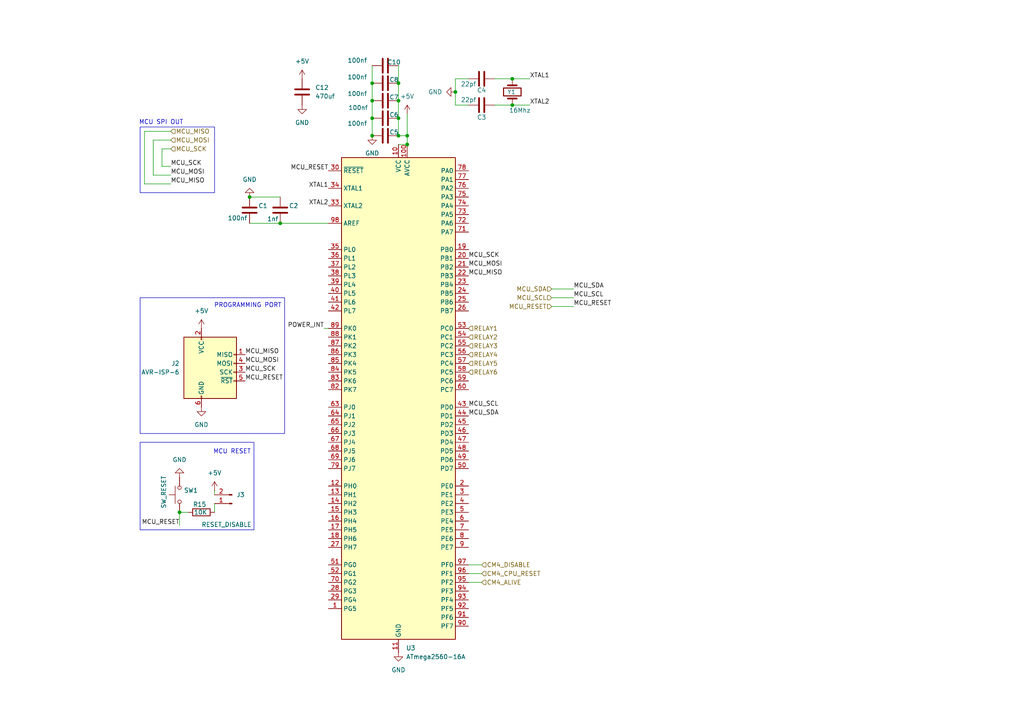
<source format=kicad_sch>
(kicad_sch
	(version 20231120)
	(generator "eeschema")
	(generator_version "8.0")
	(uuid "8d2e8f0c-12b4-4eac-9325-8ab800a2c599")
	(paper "A4")
	(lib_symbols
		(symbol "Connector:AVR-ISP-6"
			(pin_names
				(offset 1.016)
			)
			(exclude_from_sim no)
			(in_bom yes)
			(on_board yes)
			(property "Reference" "J"
				(at -6.35 11.43 0)
				(effects
					(font
						(size 1.27 1.27)
					)
					(justify left)
				)
			)
			(property "Value" "AVR-ISP-6"
				(at 0 11.43 0)
				(effects
					(font
						(size 1.27 1.27)
					)
					(justify left)
				)
			)
			(property "Footprint" ""
				(at -6.35 1.27 90)
				(effects
					(font
						(size 1.27 1.27)
					)
					(hide yes)
				)
			)
			(property "Datasheet" "~"
				(at -32.385 -13.97 0)
				(effects
					(font
						(size 1.27 1.27)
					)
					(hide yes)
				)
			)
			(property "Description" "Atmel 6-pin ISP connector"
				(at 0 0 0)
				(effects
					(font
						(size 1.27 1.27)
					)
					(hide yes)
				)
			)
			(property "ki_keywords" "AVR ISP Connector"
				(at 0 0 0)
				(effects
					(font
						(size 1.27 1.27)
					)
					(hide yes)
				)
			)
			(property "ki_fp_filters" "IDC?Header*2x03* Pin?Header*2x03*"
				(at 0 0 0)
				(effects
					(font
						(size 1.27 1.27)
					)
					(hide yes)
				)
			)
			(symbol "AVR-ISP-6_0_1"
				(rectangle
					(start -2.667 -6.858)
					(end -2.413 -7.62)
					(stroke
						(width 0)
						(type default)
					)
					(fill
						(type none)
					)
				)
				(rectangle
					(start -2.667 10.16)
					(end -2.413 9.398)
					(stroke
						(width 0)
						(type default)
					)
					(fill
						(type none)
					)
				)
				(rectangle
					(start 7.62 -2.413)
					(end 6.858 -2.667)
					(stroke
						(width 0)
						(type default)
					)
					(fill
						(type none)
					)
				)
				(rectangle
					(start 7.62 0.127)
					(end 6.858 -0.127)
					(stroke
						(width 0)
						(type default)
					)
					(fill
						(type none)
					)
				)
				(rectangle
					(start 7.62 2.667)
					(end 6.858 2.413)
					(stroke
						(width 0)
						(type default)
					)
					(fill
						(type none)
					)
				)
				(rectangle
					(start 7.62 5.207)
					(end 6.858 4.953)
					(stroke
						(width 0)
						(type default)
					)
					(fill
						(type none)
					)
				)
				(rectangle
					(start 7.62 10.16)
					(end -7.62 -7.62)
					(stroke
						(width 0.254)
						(type default)
					)
					(fill
						(type background)
					)
				)
			)
			(symbol "AVR-ISP-6_1_1"
				(pin passive line
					(at 10.16 5.08 180)
					(length 2.54)
					(name "MISO"
						(effects
							(font
								(size 1.27 1.27)
							)
						)
					)
					(number "1"
						(effects
							(font
								(size 1.27 1.27)
							)
						)
					)
				)
				(pin passive line
					(at -2.54 12.7 270)
					(length 2.54)
					(name "VCC"
						(effects
							(font
								(size 1.27 1.27)
							)
						)
					)
					(number "2"
						(effects
							(font
								(size 1.27 1.27)
							)
						)
					)
				)
				(pin passive line
					(at 10.16 0 180)
					(length 2.54)
					(name "SCK"
						(effects
							(font
								(size 1.27 1.27)
							)
						)
					)
					(number "3"
						(effects
							(font
								(size 1.27 1.27)
							)
						)
					)
				)
				(pin passive line
					(at 10.16 2.54 180)
					(length 2.54)
					(name "MOSI"
						(effects
							(font
								(size 1.27 1.27)
							)
						)
					)
					(number "4"
						(effects
							(font
								(size 1.27 1.27)
							)
						)
					)
				)
				(pin passive line
					(at 10.16 -2.54 180)
					(length 2.54)
					(name "~{RST}"
						(effects
							(font
								(size 1.27 1.27)
							)
						)
					)
					(number "5"
						(effects
							(font
								(size 1.27 1.27)
							)
						)
					)
				)
				(pin passive line
					(at -2.54 -10.16 90)
					(length 2.54)
					(name "GND"
						(effects
							(font
								(size 1.27 1.27)
							)
						)
					)
					(number "6"
						(effects
							(font
								(size 1.27 1.27)
							)
						)
					)
				)
			)
		)
		(symbol "Connector:Conn_01x02_Pin"
			(pin_names
				(offset 1.016) hide)
			(exclude_from_sim no)
			(in_bom yes)
			(on_board yes)
			(property "Reference" "J"
				(at 0 2.54 0)
				(effects
					(font
						(size 1.27 1.27)
					)
				)
			)
			(property "Value" "Conn_01x02_Pin"
				(at 0 -5.08 0)
				(effects
					(font
						(size 1.27 1.27)
					)
				)
			)
			(property "Footprint" ""
				(at 0 0 0)
				(effects
					(font
						(size 1.27 1.27)
					)
					(hide yes)
				)
			)
			(property "Datasheet" "~"
				(at 0 0 0)
				(effects
					(font
						(size 1.27 1.27)
					)
					(hide yes)
				)
			)
			(property "Description" "Generic connector, single row, 01x02, script generated"
				(at 0 0 0)
				(effects
					(font
						(size 1.27 1.27)
					)
					(hide yes)
				)
			)
			(property "ki_locked" ""
				(at 0 0 0)
				(effects
					(font
						(size 1.27 1.27)
					)
				)
			)
			(property "ki_keywords" "connector"
				(at 0 0 0)
				(effects
					(font
						(size 1.27 1.27)
					)
					(hide yes)
				)
			)
			(property "ki_fp_filters" "Connector*:*_1x??_*"
				(at 0 0 0)
				(effects
					(font
						(size 1.27 1.27)
					)
					(hide yes)
				)
			)
			(symbol "Conn_01x02_Pin_1_1"
				(polyline
					(pts
						(xy 1.27 -2.54) (xy 0.8636 -2.54)
					)
					(stroke
						(width 0.1524)
						(type default)
					)
					(fill
						(type none)
					)
				)
				(polyline
					(pts
						(xy 1.27 0) (xy 0.8636 0)
					)
					(stroke
						(width 0.1524)
						(type default)
					)
					(fill
						(type none)
					)
				)
				(rectangle
					(start 0.8636 -2.413)
					(end 0 -2.667)
					(stroke
						(width 0.1524)
						(type default)
					)
					(fill
						(type outline)
					)
				)
				(rectangle
					(start 0.8636 0.127)
					(end 0 -0.127)
					(stroke
						(width 0.1524)
						(type default)
					)
					(fill
						(type outline)
					)
				)
				(pin passive line
					(at 5.08 0 180)
					(length 3.81)
					(name "Pin_1"
						(effects
							(font
								(size 1.27 1.27)
							)
						)
					)
					(number "1"
						(effects
							(font
								(size 1.27 1.27)
							)
						)
					)
				)
				(pin passive line
					(at 5.08 -2.54 180)
					(length 3.81)
					(name "Pin_2"
						(effects
							(font
								(size 1.27 1.27)
							)
						)
					)
					(number "2"
						(effects
							(font
								(size 1.27 1.27)
							)
						)
					)
				)
			)
		)
		(symbol "Device:C"
			(pin_numbers hide)
			(pin_names
				(offset 0.254)
			)
			(exclude_from_sim no)
			(in_bom yes)
			(on_board yes)
			(property "Reference" "C"
				(at 0.635 2.54 0)
				(effects
					(font
						(size 1.27 1.27)
					)
					(justify left)
				)
			)
			(property "Value" "C"
				(at 0.635 -2.54 0)
				(effects
					(font
						(size 1.27 1.27)
					)
					(justify left)
				)
			)
			(property "Footprint" ""
				(at 0.9652 -3.81 0)
				(effects
					(font
						(size 1.27 1.27)
					)
					(hide yes)
				)
			)
			(property "Datasheet" "~"
				(at 0 0 0)
				(effects
					(font
						(size 1.27 1.27)
					)
					(hide yes)
				)
			)
			(property "Description" "Unpolarized capacitor"
				(at 0 0 0)
				(effects
					(font
						(size 1.27 1.27)
					)
					(hide yes)
				)
			)
			(property "ki_keywords" "cap capacitor"
				(at 0 0 0)
				(effects
					(font
						(size 1.27 1.27)
					)
					(hide yes)
				)
			)
			(property "ki_fp_filters" "C_*"
				(at 0 0 0)
				(effects
					(font
						(size 1.27 1.27)
					)
					(hide yes)
				)
			)
			(symbol "C_0_1"
				(polyline
					(pts
						(xy -2.032 -0.762) (xy 2.032 -0.762)
					)
					(stroke
						(width 0.508)
						(type default)
					)
					(fill
						(type none)
					)
				)
				(polyline
					(pts
						(xy -2.032 0.762) (xy 2.032 0.762)
					)
					(stroke
						(width 0.508)
						(type default)
					)
					(fill
						(type none)
					)
				)
			)
			(symbol "C_1_1"
				(pin passive line
					(at 0 3.81 270)
					(length 2.794)
					(name "~"
						(effects
							(font
								(size 1.27 1.27)
							)
						)
					)
					(number "1"
						(effects
							(font
								(size 1.27 1.27)
							)
						)
					)
				)
				(pin passive line
					(at 0 -3.81 90)
					(length 2.794)
					(name "~"
						(effects
							(font
								(size 1.27 1.27)
							)
						)
					)
					(number "2"
						(effects
							(font
								(size 1.27 1.27)
							)
						)
					)
				)
			)
		)
		(symbol "Device:Crystal"
			(pin_numbers hide)
			(pin_names
				(offset 1.016) hide)
			(exclude_from_sim no)
			(in_bom yes)
			(on_board yes)
			(property "Reference" "Y"
				(at 0 3.81 0)
				(effects
					(font
						(size 1.27 1.27)
					)
				)
			)
			(property "Value" "Crystal"
				(at 0 -3.81 0)
				(effects
					(font
						(size 1.27 1.27)
					)
				)
			)
			(property "Footprint" ""
				(at 0 0 0)
				(effects
					(font
						(size 1.27 1.27)
					)
					(hide yes)
				)
			)
			(property "Datasheet" "~"
				(at 0 0 0)
				(effects
					(font
						(size 1.27 1.27)
					)
					(hide yes)
				)
			)
			(property "Description" "Two pin crystal"
				(at 0 0 0)
				(effects
					(font
						(size 1.27 1.27)
					)
					(hide yes)
				)
			)
			(property "ki_keywords" "quartz ceramic resonator oscillator"
				(at 0 0 0)
				(effects
					(font
						(size 1.27 1.27)
					)
					(hide yes)
				)
			)
			(property "ki_fp_filters" "Crystal*"
				(at 0 0 0)
				(effects
					(font
						(size 1.27 1.27)
					)
					(hide yes)
				)
			)
			(symbol "Crystal_0_1"
				(rectangle
					(start -1.143 2.54)
					(end 1.143 -2.54)
					(stroke
						(width 0.3048)
						(type default)
					)
					(fill
						(type none)
					)
				)
				(polyline
					(pts
						(xy -2.54 0) (xy -1.905 0)
					)
					(stroke
						(width 0)
						(type default)
					)
					(fill
						(type none)
					)
				)
				(polyline
					(pts
						(xy -1.905 -1.27) (xy -1.905 1.27)
					)
					(stroke
						(width 0.508)
						(type default)
					)
					(fill
						(type none)
					)
				)
				(polyline
					(pts
						(xy 1.905 -1.27) (xy 1.905 1.27)
					)
					(stroke
						(width 0.508)
						(type default)
					)
					(fill
						(type none)
					)
				)
				(polyline
					(pts
						(xy 2.54 0) (xy 1.905 0)
					)
					(stroke
						(width 0)
						(type default)
					)
					(fill
						(type none)
					)
				)
			)
			(symbol "Crystal_1_1"
				(pin passive line
					(at -3.81 0 0)
					(length 1.27)
					(name "1"
						(effects
							(font
								(size 1.27 1.27)
							)
						)
					)
					(number "1"
						(effects
							(font
								(size 1.27 1.27)
							)
						)
					)
				)
				(pin passive line
					(at 3.81 0 180)
					(length 1.27)
					(name "2"
						(effects
							(font
								(size 1.27 1.27)
							)
						)
					)
					(number "2"
						(effects
							(font
								(size 1.27 1.27)
							)
						)
					)
				)
			)
		)
		(symbol "Device:R"
			(pin_numbers hide)
			(pin_names
				(offset 0)
			)
			(exclude_from_sim no)
			(in_bom yes)
			(on_board yes)
			(property "Reference" "R"
				(at 2.032 0 90)
				(effects
					(font
						(size 1.27 1.27)
					)
				)
			)
			(property "Value" "R"
				(at 0 0 90)
				(effects
					(font
						(size 1.27 1.27)
					)
				)
			)
			(property "Footprint" ""
				(at -1.778 0 90)
				(effects
					(font
						(size 1.27 1.27)
					)
					(hide yes)
				)
			)
			(property "Datasheet" "~"
				(at 0 0 0)
				(effects
					(font
						(size 1.27 1.27)
					)
					(hide yes)
				)
			)
			(property "Description" "Resistor"
				(at 0 0 0)
				(effects
					(font
						(size 1.27 1.27)
					)
					(hide yes)
				)
			)
			(property "ki_keywords" "R res resistor"
				(at 0 0 0)
				(effects
					(font
						(size 1.27 1.27)
					)
					(hide yes)
				)
			)
			(property "ki_fp_filters" "R_*"
				(at 0 0 0)
				(effects
					(font
						(size 1.27 1.27)
					)
					(hide yes)
				)
			)
			(symbol "R_0_1"
				(rectangle
					(start -1.016 -2.54)
					(end 1.016 2.54)
					(stroke
						(width 0.254)
						(type default)
					)
					(fill
						(type none)
					)
				)
			)
			(symbol "R_1_1"
				(pin passive line
					(at 0 3.81 270)
					(length 1.27)
					(name "~"
						(effects
							(font
								(size 1.27 1.27)
							)
						)
					)
					(number "1"
						(effects
							(font
								(size 1.27 1.27)
							)
						)
					)
				)
				(pin passive line
					(at 0 -3.81 90)
					(length 1.27)
					(name "~"
						(effects
							(font
								(size 1.27 1.27)
							)
						)
					)
					(number "2"
						(effects
							(font
								(size 1.27 1.27)
							)
						)
					)
				)
			)
		)
		(symbol "MCU_Microchip_ATmega:ATmega2560-16A"
			(exclude_from_sim no)
			(in_bom yes)
			(on_board yes)
			(property "Reference" "U"
				(at 0 1.27 0)
				(effects
					(font
						(size 1.27 1.27)
					)
					(justify bottom)
				)
			)
			(property "Value" "ATmega2560-16A"
				(at 0 -1.27 0)
				(effects
					(font
						(size 1.27 1.27)
					)
					(justify top)
				)
			)
			(property "Footprint" "Package_QFP:TQFP-100_14x14mm_P0.5mm"
				(at 0 0 0)
				(effects
					(font
						(size 1.27 1.27)
						(italic yes)
					)
					(hide yes)
				)
			)
			(property "Datasheet" "http://ww1.microchip.com/downloads/en/DeviceDoc/Atmel-2549-8-bit-AVR-Microcontroller-ATmega640-1280-1281-2560-2561_datasheet.pdf"
				(at 0 0 0)
				(effects
					(font
						(size 1.27 1.27)
					)
					(hide yes)
				)
			)
			(property "Description" "16MHz, 256kB Flash, 8kB SRAM, 4kB EEPROM, JTAG, TQFP-100"
				(at 0 0 0)
				(effects
					(font
						(size 1.27 1.27)
					)
					(hide yes)
				)
			)
			(property "ki_keywords" "AVR 8bit Microcontroller MegaAVR"
				(at 0 0 0)
				(effects
					(font
						(size 1.27 1.27)
					)
					(hide yes)
				)
			)
			(property "ki_fp_filters" "TQFP*14x14mm*P0.5mm*"
				(at 0 0 0)
				(effects
					(font
						(size 1.27 1.27)
					)
					(hide yes)
				)
			)
			(symbol "ATmega2560-16A_0_1"
				(rectangle
					(start -16.51 -69.85)
					(end 16.51 69.85)
					(stroke
						(width 0.254)
						(type default)
					)
					(fill
						(type background)
					)
				)
			)
			(symbol "ATmega2560-16A_1_1"
				(pin bidirectional line
					(at -20.32 -60.96 0)
					(length 3.81)
					(name "PG5"
						(effects
							(font
								(size 1.27 1.27)
							)
						)
					)
					(number "1"
						(effects
							(font
								(size 1.27 1.27)
							)
						)
					)
				)
				(pin power_in line
					(at 0 73.66 270)
					(length 3.81)
					(name "VCC"
						(effects
							(font
								(size 1.27 1.27)
							)
						)
					)
					(number "10"
						(effects
							(font
								(size 1.27 1.27)
							)
						)
					)
				)
				(pin power_in line
					(at 2.54 73.66 270)
					(length 3.81)
					(name "AVCC"
						(effects
							(font
								(size 1.27 1.27)
							)
						)
					)
					(number "100"
						(effects
							(font
								(size 1.27 1.27)
							)
						)
					)
				)
				(pin power_in line
					(at 0 -73.66 90)
					(length 3.81)
					(name "GND"
						(effects
							(font
								(size 1.27 1.27)
							)
						)
					)
					(number "11"
						(effects
							(font
								(size 1.27 1.27)
							)
						)
					)
				)
				(pin bidirectional line
					(at -20.32 -25.4 0)
					(length 3.81)
					(name "PH0"
						(effects
							(font
								(size 1.27 1.27)
							)
						)
					)
					(number "12"
						(effects
							(font
								(size 1.27 1.27)
							)
						)
					)
				)
				(pin bidirectional line
					(at -20.32 -27.94 0)
					(length 3.81)
					(name "PH1"
						(effects
							(font
								(size 1.27 1.27)
							)
						)
					)
					(number "13"
						(effects
							(font
								(size 1.27 1.27)
							)
						)
					)
				)
				(pin bidirectional line
					(at -20.32 -30.48 0)
					(length 3.81)
					(name "PH2"
						(effects
							(font
								(size 1.27 1.27)
							)
						)
					)
					(number "14"
						(effects
							(font
								(size 1.27 1.27)
							)
						)
					)
				)
				(pin bidirectional line
					(at -20.32 -33.02 0)
					(length 3.81)
					(name "PH3"
						(effects
							(font
								(size 1.27 1.27)
							)
						)
					)
					(number "15"
						(effects
							(font
								(size 1.27 1.27)
							)
						)
					)
				)
				(pin bidirectional line
					(at -20.32 -35.56 0)
					(length 3.81)
					(name "PH4"
						(effects
							(font
								(size 1.27 1.27)
							)
						)
					)
					(number "16"
						(effects
							(font
								(size 1.27 1.27)
							)
						)
					)
				)
				(pin bidirectional line
					(at -20.32 -38.1 0)
					(length 3.81)
					(name "PH5"
						(effects
							(font
								(size 1.27 1.27)
							)
						)
					)
					(number "17"
						(effects
							(font
								(size 1.27 1.27)
							)
						)
					)
				)
				(pin bidirectional line
					(at -20.32 -40.64 0)
					(length 3.81)
					(name "PH6"
						(effects
							(font
								(size 1.27 1.27)
							)
						)
					)
					(number "18"
						(effects
							(font
								(size 1.27 1.27)
							)
						)
					)
				)
				(pin bidirectional line
					(at 20.32 43.18 180)
					(length 3.81)
					(name "PB0"
						(effects
							(font
								(size 1.27 1.27)
							)
						)
					)
					(number "19"
						(effects
							(font
								(size 1.27 1.27)
							)
						)
					)
				)
				(pin bidirectional line
					(at 20.32 -25.4 180)
					(length 3.81)
					(name "PE0"
						(effects
							(font
								(size 1.27 1.27)
							)
						)
					)
					(number "2"
						(effects
							(font
								(size 1.27 1.27)
							)
						)
					)
				)
				(pin bidirectional line
					(at 20.32 40.64 180)
					(length 3.81)
					(name "PB1"
						(effects
							(font
								(size 1.27 1.27)
							)
						)
					)
					(number "20"
						(effects
							(font
								(size 1.27 1.27)
							)
						)
					)
				)
				(pin bidirectional line
					(at 20.32 38.1 180)
					(length 3.81)
					(name "PB2"
						(effects
							(font
								(size 1.27 1.27)
							)
						)
					)
					(number "21"
						(effects
							(font
								(size 1.27 1.27)
							)
						)
					)
				)
				(pin bidirectional line
					(at 20.32 35.56 180)
					(length 3.81)
					(name "PB3"
						(effects
							(font
								(size 1.27 1.27)
							)
						)
					)
					(number "22"
						(effects
							(font
								(size 1.27 1.27)
							)
						)
					)
				)
				(pin bidirectional line
					(at 20.32 33.02 180)
					(length 3.81)
					(name "PB4"
						(effects
							(font
								(size 1.27 1.27)
							)
						)
					)
					(number "23"
						(effects
							(font
								(size 1.27 1.27)
							)
						)
					)
				)
				(pin bidirectional line
					(at 20.32 30.48 180)
					(length 3.81)
					(name "PB5"
						(effects
							(font
								(size 1.27 1.27)
							)
						)
					)
					(number "24"
						(effects
							(font
								(size 1.27 1.27)
							)
						)
					)
				)
				(pin bidirectional line
					(at 20.32 27.94 180)
					(length 3.81)
					(name "PB6"
						(effects
							(font
								(size 1.27 1.27)
							)
						)
					)
					(number "25"
						(effects
							(font
								(size 1.27 1.27)
							)
						)
					)
				)
				(pin bidirectional line
					(at 20.32 25.4 180)
					(length 3.81)
					(name "PB7"
						(effects
							(font
								(size 1.27 1.27)
							)
						)
					)
					(number "26"
						(effects
							(font
								(size 1.27 1.27)
							)
						)
					)
				)
				(pin bidirectional line
					(at -20.32 -43.18 0)
					(length 3.81)
					(name "PH7"
						(effects
							(font
								(size 1.27 1.27)
							)
						)
					)
					(number "27"
						(effects
							(font
								(size 1.27 1.27)
							)
						)
					)
				)
				(pin bidirectional line
					(at -20.32 -55.88 0)
					(length 3.81)
					(name "PG3"
						(effects
							(font
								(size 1.27 1.27)
							)
						)
					)
					(number "28"
						(effects
							(font
								(size 1.27 1.27)
							)
						)
					)
				)
				(pin bidirectional line
					(at -20.32 -58.42 0)
					(length 3.81)
					(name "PG4"
						(effects
							(font
								(size 1.27 1.27)
							)
						)
					)
					(number "29"
						(effects
							(font
								(size 1.27 1.27)
							)
						)
					)
				)
				(pin bidirectional line
					(at 20.32 -27.94 180)
					(length 3.81)
					(name "PE1"
						(effects
							(font
								(size 1.27 1.27)
							)
						)
					)
					(number "3"
						(effects
							(font
								(size 1.27 1.27)
							)
						)
					)
				)
				(pin input line
					(at -20.32 66.04 0)
					(length 3.81)
					(name "~{RESET}"
						(effects
							(font
								(size 1.27 1.27)
							)
						)
					)
					(number "30"
						(effects
							(font
								(size 1.27 1.27)
							)
						)
					)
				)
				(pin passive line
					(at 0 73.66 270)
					(length 3.81) hide
					(name "VCC"
						(effects
							(font
								(size 1.27 1.27)
							)
						)
					)
					(number "31"
						(effects
							(font
								(size 1.27 1.27)
							)
						)
					)
				)
				(pin passive line
					(at 0 -73.66 90)
					(length 3.81) hide
					(name "GND"
						(effects
							(font
								(size 1.27 1.27)
							)
						)
					)
					(number "32"
						(effects
							(font
								(size 1.27 1.27)
							)
						)
					)
				)
				(pin output line
					(at -20.32 55.88 0)
					(length 3.81)
					(name "XTAL2"
						(effects
							(font
								(size 1.27 1.27)
							)
						)
					)
					(number "33"
						(effects
							(font
								(size 1.27 1.27)
							)
						)
					)
				)
				(pin input line
					(at -20.32 60.96 0)
					(length 3.81)
					(name "XTAL1"
						(effects
							(font
								(size 1.27 1.27)
							)
						)
					)
					(number "34"
						(effects
							(font
								(size 1.27 1.27)
							)
						)
					)
				)
				(pin bidirectional line
					(at -20.32 43.18 0)
					(length 3.81)
					(name "PL0"
						(effects
							(font
								(size 1.27 1.27)
							)
						)
					)
					(number "35"
						(effects
							(font
								(size 1.27 1.27)
							)
						)
					)
				)
				(pin bidirectional line
					(at -20.32 40.64 0)
					(length 3.81)
					(name "PL1"
						(effects
							(font
								(size 1.27 1.27)
							)
						)
					)
					(number "36"
						(effects
							(font
								(size 1.27 1.27)
							)
						)
					)
				)
				(pin bidirectional line
					(at -20.32 38.1 0)
					(length 3.81)
					(name "PL2"
						(effects
							(font
								(size 1.27 1.27)
							)
						)
					)
					(number "37"
						(effects
							(font
								(size 1.27 1.27)
							)
						)
					)
				)
				(pin bidirectional line
					(at -20.32 35.56 0)
					(length 3.81)
					(name "PL3"
						(effects
							(font
								(size 1.27 1.27)
							)
						)
					)
					(number "38"
						(effects
							(font
								(size 1.27 1.27)
							)
						)
					)
				)
				(pin bidirectional line
					(at -20.32 33.02 0)
					(length 3.81)
					(name "PL4"
						(effects
							(font
								(size 1.27 1.27)
							)
						)
					)
					(number "39"
						(effects
							(font
								(size 1.27 1.27)
							)
						)
					)
				)
				(pin bidirectional line
					(at 20.32 -30.48 180)
					(length 3.81)
					(name "PE2"
						(effects
							(font
								(size 1.27 1.27)
							)
						)
					)
					(number "4"
						(effects
							(font
								(size 1.27 1.27)
							)
						)
					)
				)
				(pin bidirectional line
					(at -20.32 30.48 0)
					(length 3.81)
					(name "PL5"
						(effects
							(font
								(size 1.27 1.27)
							)
						)
					)
					(number "40"
						(effects
							(font
								(size 1.27 1.27)
							)
						)
					)
				)
				(pin bidirectional line
					(at -20.32 27.94 0)
					(length 3.81)
					(name "PL6"
						(effects
							(font
								(size 1.27 1.27)
							)
						)
					)
					(number "41"
						(effects
							(font
								(size 1.27 1.27)
							)
						)
					)
				)
				(pin bidirectional line
					(at -20.32 25.4 0)
					(length 3.81)
					(name "PL7"
						(effects
							(font
								(size 1.27 1.27)
							)
						)
					)
					(number "42"
						(effects
							(font
								(size 1.27 1.27)
							)
						)
					)
				)
				(pin bidirectional line
					(at 20.32 -2.54 180)
					(length 3.81)
					(name "PD0"
						(effects
							(font
								(size 1.27 1.27)
							)
						)
					)
					(number "43"
						(effects
							(font
								(size 1.27 1.27)
							)
						)
					)
				)
				(pin bidirectional line
					(at 20.32 -5.08 180)
					(length 3.81)
					(name "PD1"
						(effects
							(font
								(size 1.27 1.27)
							)
						)
					)
					(number "44"
						(effects
							(font
								(size 1.27 1.27)
							)
						)
					)
				)
				(pin bidirectional line
					(at 20.32 -7.62 180)
					(length 3.81)
					(name "PD2"
						(effects
							(font
								(size 1.27 1.27)
							)
						)
					)
					(number "45"
						(effects
							(font
								(size 1.27 1.27)
							)
						)
					)
				)
				(pin bidirectional line
					(at 20.32 -10.16 180)
					(length 3.81)
					(name "PD3"
						(effects
							(font
								(size 1.27 1.27)
							)
						)
					)
					(number "46"
						(effects
							(font
								(size 1.27 1.27)
							)
						)
					)
				)
				(pin bidirectional line
					(at 20.32 -12.7 180)
					(length 3.81)
					(name "PD4"
						(effects
							(font
								(size 1.27 1.27)
							)
						)
					)
					(number "47"
						(effects
							(font
								(size 1.27 1.27)
							)
						)
					)
				)
				(pin bidirectional line
					(at 20.32 -15.24 180)
					(length 3.81)
					(name "PD5"
						(effects
							(font
								(size 1.27 1.27)
							)
						)
					)
					(number "48"
						(effects
							(font
								(size 1.27 1.27)
							)
						)
					)
				)
				(pin bidirectional line
					(at 20.32 -17.78 180)
					(length 3.81)
					(name "PD6"
						(effects
							(font
								(size 1.27 1.27)
							)
						)
					)
					(number "49"
						(effects
							(font
								(size 1.27 1.27)
							)
						)
					)
				)
				(pin bidirectional line
					(at 20.32 -33.02 180)
					(length 3.81)
					(name "PE3"
						(effects
							(font
								(size 1.27 1.27)
							)
						)
					)
					(number "5"
						(effects
							(font
								(size 1.27 1.27)
							)
						)
					)
				)
				(pin bidirectional line
					(at 20.32 -20.32 180)
					(length 3.81)
					(name "PD7"
						(effects
							(font
								(size 1.27 1.27)
							)
						)
					)
					(number "50"
						(effects
							(font
								(size 1.27 1.27)
							)
						)
					)
				)
				(pin bidirectional line
					(at -20.32 -48.26 0)
					(length 3.81)
					(name "PG0"
						(effects
							(font
								(size 1.27 1.27)
							)
						)
					)
					(number "51"
						(effects
							(font
								(size 1.27 1.27)
							)
						)
					)
				)
				(pin bidirectional line
					(at -20.32 -50.8 0)
					(length 3.81)
					(name "PG1"
						(effects
							(font
								(size 1.27 1.27)
							)
						)
					)
					(number "52"
						(effects
							(font
								(size 1.27 1.27)
							)
						)
					)
				)
				(pin bidirectional line
					(at 20.32 20.32 180)
					(length 3.81)
					(name "PC0"
						(effects
							(font
								(size 1.27 1.27)
							)
						)
					)
					(number "53"
						(effects
							(font
								(size 1.27 1.27)
							)
						)
					)
				)
				(pin bidirectional line
					(at 20.32 17.78 180)
					(length 3.81)
					(name "PC1"
						(effects
							(font
								(size 1.27 1.27)
							)
						)
					)
					(number "54"
						(effects
							(font
								(size 1.27 1.27)
							)
						)
					)
				)
				(pin bidirectional line
					(at 20.32 15.24 180)
					(length 3.81)
					(name "PC2"
						(effects
							(font
								(size 1.27 1.27)
							)
						)
					)
					(number "55"
						(effects
							(font
								(size 1.27 1.27)
							)
						)
					)
				)
				(pin bidirectional line
					(at 20.32 12.7 180)
					(length 3.81)
					(name "PC3"
						(effects
							(font
								(size 1.27 1.27)
							)
						)
					)
					(number "56"
						(effects
							(font
								(size 1.27 1.27)
							)
						)
					)
				)
				(pin bidirectional line
					(at 20.32 10.16 180)
					(length 3.81)
					(name "PC4"
						(effects
							(font
								(size 1.27 1.27)
							)
						)
					)
					(number "57"
						(effects
							(font
								(size 1.27 1.27)
							)
						)
					)
				)
				(pin bidirectional line
					(at 20.32 7.62 180)
					(length 3.81)
					(name "PC5"
						(effects
							(font
								(size 1.27 1.27)
							)
						)
					)
					(number "58"
						(effects
							(font
								(size 1.27 1.27)
							)
						)
					)
				)
				(pin bidirectional line
					(at 20.32 5.08 180)
					(length 3.81)
					(name "PC6"
						(effects
							(font
								(size 1.27 1.27)
							)
						)
					)
					(number "59"
						(effects
							(font
								(size 1.27 1.27)
							)
						)
					)
				)
				(pin bidirectional line
					(at 20.32 -35.56 180)
					(length 3.81)
					(name "PE4"
						(effects
							(font
								(size 1.27 1.27)
							)
						)
					)
					(number "6"
						(effects
							(font
								(size 1.27 1.27)
							)
						)
					)
				)
				(pin bidirectional line
					(at 20.32 2.54 180)
					(length 3.81)
					(name "PC7"
						(effects
							(font
								(size 1.27 1.27)
							)
						)
					)
					(number "60"
						(effects
							(font
								(size 1.27 1.27)
							)
						)
					)
				)
				(pin passive line
					(at 0 73.66 270)
					(length 3.81) hide
					(name "VCC"
						(effects
							(font
								(size 1.27 1.27)
							)
						)
					)
					(number "61"
						(effects
							(font
								(size 1.27 1.27)
							)
						)
					)
				)
				(pin passive line
					(at 0 -73.66 90)
					(length 3.81) hide
					(name "GND"
						(effects
							(font
								(size 1.27 1.27)
							)
						)
					)
					(number "62"
						(effects
							(font
								(size 1.27 1.27)
							)
						)
					)
				)
				(pin bidirectional line
					(at -20.32 -2.54 0)
					(length 3.81)
					(name "PJ0"
						(effects
							(font
								(size 1.27 1.27)
							)
						)
					)
					(number "63"
						(effects
							(font
								(size 1.27 1.27)
							)
						)
					)
				)
				(pin bidirectional line
					(at -20.32 -5.08 0)
					(length 3.81)
					(name "PJ1"
						(effects
							(font
								(size 1.27 1.27)
							)
						)
					)
					(number "64"
						(effects
							(font
								(size 1.27 1.27)
							)
						)
					)
				)
				(pin bidirectional line
					(at -20.32 -7.62 0)
					(length 3.81)
					(name "PJ2"
						(effects
							(font
								(size 1.27 1.27)
							)
						)
					)
					(number "65"
						(effects
							(font
								(size 1.27 1.27)
							)
						)
					)
				)
				(pin bidirectional line
					(at -20.32 -10.16 0)
					(length 3.81)
					(name "PJ3"
						(effects
							(font
								(size 1.27 1.27)
							)
						)
					)
					(number "66"
						(effects
							(font
								(size 1.27 1.27)
							)
						)
					)
				)
				(pin bidirectional line
					(at -20.32 -12.7 0)
					(length 3.81)
					(name "PJ4"
						(effects
							(font
								(size 1.27 1.27)
							)
						)
					)
					(number "67"
						(effects
							(font
								(size 1.27 1.27)
							)
						)
					)
				)
				(pin bidirectional line
					(at -20.32 -15.24 0)
					(length 3.81)
					(name "PJ5"
						(effects
							(font
								(size 1.27 1.27)
							)
						)
					)
					(number "68"
						(effects
							(font
								(size 1.27 1.27)
							)
						)
					)
				)
				(pin bidirectional line
					(at -20.32 -17.78 0)
					(length 3.81)
					(name "PJ6"
						(effects
							(font
								(size 1.27 1.27)
							)
						)
					)
					(number "69"
						(effects
							(font
								(size 1.27 1.27)
							)
						)
					)
				)
				(pin bidirectional line
					(at 20.32 -38.1 180)
					(length 3.81)
					(name "PE5"
						(effects
							(font
								(size 1.27 1.27)
							)
						)
					)
					(number "7"
						(effects
							(font
								(size 1.27 1.27)
							)
						)
					)
				)
				(pin bidirectional line
					(at -20.32 -53.34 0)
					(length 3.81)
					(name "PG2"
						(effects
							(font
								(size 1.27 1.27)
							)
						)
					)
					(number "70"
						(effects
							(font
								(size 1.27 1.27)
							)
						)
					)
				)
				(pin bidirectional line
					(at 20.32 48.26 180)
					(length 3.81)
					(name "PA7"
						(effects
							(font
								(size 1.27 1.27)
							)
						)
					)
					(number "71"
						(effects
							(font
								(size 1.27 1.27)
							)
						)
					)
				)
				(pin bidirectional line
					(at 20.32 50.8 180)
					(length 3.81)
					(name "PA6"
						(effects
							(font
								(size 1.27 1.27)
							)
						)
					)
					(number "72"
						(effects
							(font
								(size 1.27 1.27)
							)
						)
					)
				)
				(pin bidirectional line
					(at 20.32 53.34 180)
					(length 3.81)
					(name "PA5"
						(effects
							(font
								(size 1.27 1.27)
							)
						)
					)
					(number "73"
						(effects
							(font
								(size 1.27 1.27)
							)
						)
					)
				)
				(pin bidirectional line
					(at 20.32 55.88 180)
					(length 3.81)
					(name "PA4"
						(effects
							(font
								(size 1.27 1.27)
							)
						)
					)
					(number "74"
						(effects
							(font
								(size 1.27 1.27)
							)
						)
					)
				)
				(pin bidirectional line
					(at 20.32 58.42 180)
					(length 3.81)
					(name "PA3"
						(effects
							(font
								(size 1.27 1.27)
							)
						)
					)
					(number "75"
						(effects
							(font
								(size 1.27 1.27)
							)
						)
					)
				)
				(pin bidirectional line
					(at 20.32 60.96 180)
					(length 3.81)
					(name "PA2"
						(effects
							(font
								(size 1.27 1.27)
							)
						)
					)
					(number "76"
						(effects
							(font
								(size 1.27 1.27)
							)
						)
					)
				)
				(pin bidirectional line
					(at 20.32 63.5 180)
					(length 3.81)
					(name "PA1"
						(effects
							(font
								(size 1.27 1.27)
							)
						)
					)
					(number "77"
						(effects
							(font
								(size 1.27 1.27)
							)
						)
					)
				)
				(pin bidirectional line
					(at 20.32 66.04 180)
					(length 3.81)
					(name "PA0"
						(effects
							(font
								(size 1.27 1.27)
							)
						)
					)
					(number "78"
						(effects
							(font
								(size 1.27 1.27)
							)
						)
					)
				)
				(pin bidirectional line
					(at -20.32 -20.32 0)
					(length 3.81)
					(name "PJ7"
						(effects
							(font
								(size 1.27 1.27)
							)
						)
					)
					(number "79"
						(effects
							(font
								(size 1.27 1.27)
							)
						)
					)
				)
				(pin bidirectional line
					(at 20.32 -40.64 180)
					(length 3.81)
					(name "PE6"
						(effects
							(font
								(size 1.27 1.27)
							)
						)
					)
					(number "8"
						(effects
							(font
								(size 1.27 1.27)
							)
						)
					)
				)
				(pin passive line
					(at 0 73.66 270)
					(length 3.81) hide
					(name "VCC"
						(effects
							(font
								(size 1.27 1.27)
							)
						)
					)
					(number "80"
						(effects
							(font
								(size 1.27 1.27)
							)
						)
					)
				)
				(pin passive line
					(at 0 -73.66 90)
					(length 3.81) hide
					(name "GND"
						(effects
							(font
								(size 1.27 1.27)
							)
						)
					)
					(number "81"
						(effects
							(font
								(size 1.27 1.27)
							)
						)
					)
				)
				(pin bidirectional line
					(at -20.32 2.54 0)
					(length 3.81)
					(name "PK7"
						(effects
							(font
								(size 1.27 1.27)
							)
						)
					)
					(number "82"
						(effects
							(font
								(size 1.27 1.27)
							)
						)
					)
				)
				(pin bidirectional line
					(at -20.32 5.08 0)
					(length 3.81)
					(name "PK6"
						(effects
							(font
								(size 1.27 1.27)
							)
						)
					)
					(number "83"
						(effects
							(font
								(size 1.27 1.27)
							)
						)
					)
				)
				(pin bidirectional line
					(at -20.32 7.62 0)
					(length 3.81)
					(name "PK5"
						(effects
							(font
								(size 1.27 1.27)
							)
						)
					)
					(number "84"
						(effects
							(font
								(size 1.27 1.27)
							)
						)
					)
				)
				(pin bidirectional line
					(at -20.32 10.16 0)
					(length 3.81)
					(name "PK4"
						(effects
							(font
								(size 1.27 1.27)
							)
						)
					)
					(number "85"
						(effects
							(font
								(size 1.27 1.27)
							)
						)
					)
				)
				(pin bidirectional line
					(at -20.32 12.7 0)
					(length 3.81)
					(name "PK3"
						(effects
							(font
								(size 1.27 1.27)
							)
						)
					)
					(number "86"
						(effects
							(font
								(size 1.27 1.27)
							)
						)
					)
				)
				(pin bidirectional line
					(at -20.32 15.24 0)
					(length 3.81)
					(name "PK2"
						(effects
							(font
								(size 1.27 1.27)
							)
						)
					)
					(number "87"
						(effects
							(font
								(size 1.27 1.27)
							)
						)
					)
				)
				(pin bidirectional line
					(at -20.32 17.78 0)
					(length 3.81)
					(name "PK1"
						(effects
							(font
								(size 1.27 1.27)
							)
						)
					)
					(number "88"
						(effects
							(font
								(size 1.27 1.27)
							)
						)
					)
				)
				(pin bidirectional line
					(at -20.32 20.32 0)
					(length 3.81)
					(name "PK0"
						(effects
							(font
								(size 1.27 1.27)
							)
						)
					)
					(number "89"
						(effects
							(font
								(size 1.27 1.27)
							)
						)
					)
				)
				(pin bidirectional line
					(at 20.32 -43.18 180)
					(length 3.81)
					(name "PE7"
						(effects
							(font
								(size 1.27 1.27)
							)
						)
					)
					(number "9"
						(effects
							(font
								(size 1.27 1.27)
							)
						)
					)
				)
				(pin bidirectional line
					(at 20.32 -66.04 180)
					(length 3.81)
					(name "PF7"
						(effects
							(font
								(size 1.27 1.27)
							)
						)
					)
					(number "90"
						(effects
							(font
								(size 1.27 1.27)
							)
						)
					)
				)
				(pin bidirectional line
					(at 20.32 -63.5 180)
					(length 3.81)
					(name "PF6"
						(effects
							(font
								(size 1.27 1.27)
							)
						)
					)
					(number "91"
						(effects
							(font
								(size 1.27 1.27)
							)
						)
					)
				)
				(pin bidirectional line
					(at 20.32 -60.96 180)
					(length 3.81)
					(name "PF5"
						(effects
							(font
								(size 1.27 1.27)
							)
						)
					)
					(number "92"
						(effects
							(font
								(size 1.27 1.27)
							)
						)
					)
				)
				(pin bidirectional line
					(at 20.32 -58.42 180)
					(length 3.81)
					(name "PF4"
						(effects
							(font
								(size 1.27 1.27)
							)
						)
					)
					(number "93"
						(effects
							(font
								(size 1.27 1.27)
							)
						)
					)
				)
				(pin bidirectional line
					(at 20.32 -55.88 180)
					(length 3.81)
					(name "PF3"
						(effects
							(font
								(size 1.27 1.27)
							)
						)
					)
					(number "94"
						(effects
							(font
								(size 1.27 1.27)
							)
						)
					)
				)
				(pin bidirectional line
					(at 20.32 -53.34 180)
					(length 3.81)
					(name "PF2"
						(effects
							(font
								(size 1.27 1.27)
							)
						)
					)
					(number "95"
						(effects
							(font
								(size 1.27 1.27)
							)
						)
					)
				)
				(pin bidirectional line
					(at 20.32 -50.8 180)
					(length 3.81)
					(name "PF1"
						(effects
							(font
								(size 1.27 1.27)
							)
						)
					)
					(number "96"
						(effects
							(font
								(size 1.27 1.27)
							)
						)
					)
				)
				(pin bidirectional line
					(at 20.32 -48.26 180)
					(length 3.81)
					(name "PF0"
						(effects
							(font
								(size 1.27 1.27)
							)
						)
					)
					(number "97"
						(effects
							(font
								(size 1.27 1.27)
							)
						)
					)
				)
				(pin passive line
					(at -20.32 50.8 0)
					(length 3.81)
					(name "AREF"
						(effects
							(font
								(size 1.27 1.27)
							)
						)
					)
					(number "98"
						(effects
							(font
								(size 1.27 1.27)
							)
						)
					)
				)
				(pin passive line
					(at 0 -73.66 90)
					(length 3.81) hide
					(name "GND"
						(effects
							(font
								(size 1.27 1.27)
							)
						)
					)
					(number "99"
						(effects
							(font
								(size 1.27 1.27)
							)
						)
					)
				)
			)
		)
		(symbol "Switch:SW_Push"
			(pin_numbers hide)
			(pin_names
				(offset 1.016) hide)
			(exclude_from_sim no)
			(in_bom yes)
			(on_board yes)
			(property "Reference" "SW"
				(at 1.27 2.54 0)
				(effects
					(font
						(size 1.27 1.27)
					)
					(justify left)
				)
			)
			(property "Value" "SW_Push"
				(at 0 -1.524 0)
				(effects
					(font
						(size 1.27 1.27)
					)
				)
			)
			(property "Footprint" ""
				(at 0 5.08 0)
				(effects
					(font
						(size 1.27 1.27)
					)
					(hide yes)
				)
			)
			(property "Datasheet" "~"
				(at 0 5.08 0)
				(effects
					(font
						(size 1.27 1.27)
					)
					(hide yes)
				)
			)
			(property "Description" "Push button switch, generic, two pins"
				(at 0 0 0)
				(effects
					(font
						(size 1.27 1.27)
					)
					(hide yes)
				)
			)
			(property "ki_keywords" "switch normally-open pushbutton push-button"
				(at 0 0 0)
				(effects
					(font
						(size 1.27 1.27)
					)
					(hide yes)
				)
			)
			(symbol "SW_Push_0_1"
				(circle
					(center -2.032 0)
					(radius 0.508)
					(stroke
						(width 0)
						(type default)
					)
					(fill
						(type none)
					)
				)
				(polyline
					(pts
						(xy 0 1.27) (xy 0 3.048)
					)
					(stroke
						(width 0)
						(type default)
					)
					(fill
						(type none)
					)
				)
				(polyline
					(pts
						(xy 2.54 1.27) (xy -2.54 1.27)
					)
					(stroke
						(width 0)
						(type default)
					)
					(fill
						(type none)
					)
				)
				(circle
					(center 2.032 0)
					(radius 0.508)
					(stroke
						(width 0)
						(type default)
					)
					(fill
						(type none)
					)
				)
				(pin passive line
					(at -5.08 0 0)
					(length 2.54)
					(name "1"
						(effects
							(font
								(size 1.27 1.27)
							)
						)
					)
					(number "1"
						(effects
							(font
								(size 1.27 1.27)
							)
						)
					)
				)
				(pin passive line
					(at 5.08 0 180)
					(length 2.54)
					(name "2"
						(effects
							(font
								(size 1.27 1.27)
							)
						)
					)
					(number "2"
						(effects
							(font
								(size 1.27 1.27)
							)
						)
					)
				)
			)
		)
		(symbol "power:+5V"
			(power)
			(pin_numbers hide)
			(pin_names
				(offset 0) hide)
			(exclude_from_sim no)
			(in_bom yes)
			(on_board yes)
			(property "Reference" "#PWR"
				(at 0 -3.81 0)
				(effects
					(font
						(size 1.27 1.27)
					)
					(hide yes)
				)
			)
			(property "Value" "+5V"
				(at 0 3.556 0)
				(effects
					(font
						(size 1.27 1.27)
					)
				)
			)
			(property "Footprint" ""
				(at 0 0 0)
				(effects
					(font
						(size 1.27 1.27)
					)
					(hide yes)
				)
			)
			(property "Datasheet" ""
				(at 0 0 0)
				(effects
					(font
						(size 1.27 1.27)
					)
					(hide yes)
				)
			)
			(property "Description" "Power symbol creates a global label with name \"+5V\""
				(at 0 0 0)
				(effects
					(font
						(size 1.27 1.27)
					)
					(hide yes)
				)
			)
			(property "ki_keywords" "global power"
				(at 0 0 0)
				(effects
					(font
						(size 1.27 1.27)
					)
					(hide yes)
				)
			)
			(symbol "+5V_0_1"
				(polyline
					(pts
						(xy -0.762 1.27) (xy 0 2.54)
					)
					(stroke
						(width 0)
						(type default)
					)
					(fill
						(type none)
					)
				)
				(polyline
					(pts
						(xy 0 0) (xy 0 2.54)
					)
					(stroke
						(width 0)
						(type default)
					)
					(fill
						(type none)
					)
				)
				(polyline
					(pts
						(xy 0 2.54) (xy 0.762 1.27)
					)
					(stroke
						(width 0)
						(type default)
					)
					(fill
						(type none)
					)
				)
			)
			(symbol "+5V_1_1"
				(pin power_in line
					(at 0 0 90)
					(length 0)
					(name "~"
						(effects
							(font
								(size 1.27 1.27)
							)
						)
					)
					(number "1"
						(effects
							(font
								(size 1.27 1.27)
							)
						)
					)
				)
			)
		)
		(symbol "power:GND"
			(power)
			(pin_numbers hide)
			(pin_names
				(offset 0) hide)
			(exclude_from_sim no)
			(in_bom yes)
			(on_board yes)
			(property "Reference" "#PWR"
				(at 0 -6.35 0)
				(effects
					(font
						(size 1.27 1.27)
					)
					(hide yes)
				)
			)
			(property "Value" "GND"
				(at 0 -3.81 0)
				(effects
					(font
						(size 1.27 1.27)
					)
				)
			)
			(property "Footprint" ""
				(at 0 0 0)
				(effects
					(font
						(size 1.27 1.27)
					)
					(hide yes)
				)
			)
			(property "Datasheet" ""
				(at 0 0 0)
				(effects
					(font
						(size 1.27 1.27)
					)
					(hide yes)
				)
			)
			(property "Description" "Power symbol creates a global label with name \"GND\" , ground"
				(at 0 0 0)
				(effects
					(font
						(size 1.27 1.27)
					)
					(hide yes)
				)
			)
			(property "ki_keywords" "global power"
				(at 0 0 0)
				(effects
					(font
						(size 1.27 1.27)
					)
					(hide yes)
				)
			)
			(symbol "GND_0_1"
				(polyline
					(pts
						(xy 0 0) (xy 0 -1.27) (xy 1.27 -1.27) (xy 0 -2.54) (xy -1.27 -1.27) (xy 0 -1.27)
					)
					(stroke
						(width 0)
						(type default)
					)
					(fill
						(type none)
					)
				)
			)
			(symbol "GND_1_1"
				(pin power_in line
					(at 0 0 270)
					(length 0)
					(name "~"
						(effects
							(font
								(size 1.27 1.27)
							)
						)
					)
					(number "1"
						(effects
							(font
								(size 1.27 1.27)
							)
						)
					)
				)
			)
		)
	)
	(junction
		(at 107.95 39.37)
		(diameter 0)
		(color 0 0 0 0)
		(uuid "16962580-dae1-4628-8d2f-53ac06ab43fa")
	)
	(junction
		(at 118.11 39.37)
		(diameter 0)
		(color 0 0 0 0)
		(uuid "41efd1cc-8a27-499f-a1f6-4aa18552cacd")
	)
	(junction
		(at 132.08 26.67)
		(diameter 0)
		(color 0 0 0 0)
		(uuid "4aa7bdd8-2532-4987-b3df-74029f454aa8")
	)
	(junction
		(at 107.95 34.29)
		(diameter 0)
		(color 0 0 0 0)
		(uuid "642445e8-8c2e-460e-843b-5012b4ed2cd8")
	)
	(junction
		(at 148.59 22.86)
		(diameter 0)
		(color 0 0 0 0)
		(uuid "69f9dd5f-74ed-4542-b3bf-0ce18362d36f")
	)
	(junction
		(at 118.11 41.91)
		(diameter 0)
		(color 0 0 0 0)
		(uuid "8377b41e-fa93-4ddf-a61e-7e54ef102fed")
	)
	(junction
		(at 52.07 148.59)
		(diameter 0)
		(color 0 0 0 0)
		(uuid "950d94b8-4ecf-4813-929b-6c701bddcead")
	)
	(junction
		(at 81.28 64.77)
		(diameter 0)
		(color 0 0 0 0)
		(uuid "a67b6be7-4a91-46a2-beaf-ad7f70b5585e")
	)
	(junction
		(at 107.95 29.21)
		(diameter 0)
		(color 0 0 0 0)
		(uuid "c51bf4a0-c0ce-448e-b336-9114ab38887c")
	)
	(junction
		(at 115.57 24.13)
		(diameter 0)
		(color 0 0 0 0)
		(uuid "c6c330d9-766b-4fdb-ba9a-fac81a9d120b")
	)
	(junction
		(at 72.39 57.15)
		(diameter 0)
		(color 0 0 0 0)
		(uuid "c7a3774f-eb1e-4e50-ad85-5bd75a5c9633")
	)
	(junction
		(at 115.57 39.37)
		(diameter 0)
		(color 0 0 0 0)
		(uuid "db991a7e-c9e7-465c-b0e7-9a8a6aefd4c1")
	)
	(junction
		(at 107.95 24.13)
		(diameter 0)
		(color 0 0 0 0)
		(uuid "ec06bd98-5fc9-4ede-a1c8-d575e554e981")
	)
	(junction
		(at 148.59 30.48)
		(diameter 0)
		(color 0 0 0 0)
		(uuid "ec3a3f57-d0a6-42bd-a135-00e64ecb626c")
	)
	(junction
		(at 115.57 34.29)
		(diameter 0)
		(color 0 0 0 0)
		(uuid "f0403b92-cdb6-40dd-b694-622bef988b3b")
	)
	(junction
		(at 115.57 29.21)
		(diameter 0)
		(color 0 0 0 0)
		(uuid "f70ea897-5ef0-41e2-90ca-8b9ef48d3833")
	)
	(wire
		(pts
			(xy 41.91 53.34) (xy 49.53 53.34)
		)
		(stroke
			(width 0)
			(type default)
		)
		(uuid "07f47978-9785-4e75-81d6-331b10cc5523")
	)
	(wire
		(pts
			(xy 148.59 22.86) (xy 143.51 22.86)
		)
		(stroke
			(width 0)
			(type default)
		)
		(uuid "0d991743-e5ab-4e6f-b70c-59fabdf16e43")
	)
	(wire
		(pts
			(xy 166.37 83.82) (xy 160.02 83.82)
		)
		(stroke
			(width 0)
			(type default)
		)
		(uuid "125e9a5a-e93e-4508-b4f3-e50fbfb866f4")
	)
	(wire
		(pts
			(xy 115.57 41.91) (xy 118.11 41.91)
		)
		(stroke
			(width 0)
			(type default)
		)
		(uuid "18343f3f-c3cb-4ac8-ac58-2ff063d1e7cd")
	)
	(wire
		(pts
			(xy 44.45 40.64) (xy 49.53 40.64)
		)
		(stroke
			(width 0)
			(type default)
		)
		(uuid "25d9905b-e9b2-479f-8377-930de3a516a4")
	)
	(wire
		(pts
			(xy 135.89 22.86) (xy 132.08 22.86)
		)
		(stroke
			(width 0)
			(type default)
		)
		(uuid "2de4b06e-4fe7-4894-a87a-304f8e1173c8")
	)
	(wire
		(pts
			(xy 107.95 24.13) (xy 107.95 29.21)
		)
		(stroke
			(width 0)
			(type default)
		)
		(uuid "32234d1e-7f26-4358-8cf2-16c3d95f0643")
	)
	(wire
		(pts
			(xy 115.57 34.29) (xy 115.57 39.37)
		)
		(stroke
			(width 0)
			(type default)
		)
		(uuid "3295649d-44c7-4775-80ea-2a89d474b4ed")
	)
	(wire
		(pts
			(xy 115.57 29.21) (xy 115.57 34.29)
		)
		(stroke
			(width 0)
			(type default)
		)
		(uuid "33941f6e-5f4d-4319-8894-9962ee82e876")
	)
	(wire
		(pts
			(xy 52.07 148.59) (xy 52.07 152.4)
		)
		(stroke
			(width 0)
			(type default)
		)
		(uuid "48ad99fa-ac61-4d1e-8488-b7d3fc22e6ac")
	)
	(wire
		(pts
			(xy 115.57 39.37) (xy 118.11 39.37)
		)
		(stroke
			(width 0)
			(type default)
		)
		(uuid "48e4118d-1731-4337-a52e-7c5271aa277e")
	)
	(wire
		(pts
			(xy 107.95 34.29) (xy 107.95 39.37)
		)
		(stroke
			(width 0)
			(type default)
		)
		(uuid "4a333b33-3c2d-4380-bcc2-11efbe9bca5c")
	)
	(wire
		(pts
			(xy 62.23 146.05) (xy 62.23 148.59)
		)
		(stroke
			(width 0)
			(type default)
		)
		(uuid "4ab14c44-59af-4d0b-b2cd-8fb5c8add770")
	)
	(wire
		(pts
			(xy 135.89 168.91) (xy 139.7 168.91)
		)
		(stroke
			(width 0)
			(type default)
		)
		(uuid "506595fe-3859-4c7a-96b9-b49084b0afcc")
	)
	(wire
		(pts
			(xy 148.59 22.86) (xy 153.67 22.86)
		)
		(stroke
			(width 0)
			(type default)
		)
		(uuid "546fcfc3-e3a1-4f7b-b271-771445096cd5")
	)
	(wire
		(pts
			(xy 135.89 163.83) (xy 139.7 163.83)
		)
		(stroke
			(width 0)
			(type default)
		)
		(uuid "5484d25e-bb27-41d4-b401-263952d5f095")
	)
	(wire
		(pts
			(xy 115.57 19.05) (xy 115.57 24.13)
		)
		(stroke
			(width 0)
			(type default)
		)
		(uuid "5526cf63-f9db-4bf4-9e77-2923fe94f5cf")
	)
	(wire
		(pts
			(xy 46.99 43.18) (xy 49.53 43.18)
		)
		(stroke
			(width 0)
			(type default)
		)
		(uuid "5c5ba0bd-b107-4e9a-b7ad-53c6fab9458c")
	)
	(wire
		(pts
			(xy 160.02 86.36) (xy 166.37 86.36)
		)
		(stroke
			(width 0)
			(type default)
		)
		(uuid "5d7141f1-3183-4f90-a68f-9e1778017e54")
	)
	(wire
		(pts
			(xy 49.53 50.8) (xy 44.45 50.8)
		)
		(stroke
			(width 0)
			(type default)
		)
		(uuid "6c178f45-5d45-40ff-bb48-cb77242c5e69")
	)
	(wire
		(pts
			(xy 118.11 33.02) (xy 118.11 39.37)
		)
		(stroke
			(width 0)
			(type default)
		)
		(uuid "7055d3f3-d38d-48d6-8c1a-35ba390c8629")
	)
	(wire
		(pts
			(xy 115.57 24.13) (xy 115.57 29.21)
		)
		(stroke
			(width 0)
			(type default)
		)
		(uuid "7832b59f-36f8-4606-a1f7-300c5aeb25b9")
	)
	(wire
		(pts
			(xy 132.08 22.86) (xy 132.08 26.67)
		)
		(stroke
			(width 0)
			(type default)
		)
		(uuid "897766f3-525e-4979-bb7a-b8787d4d85ba")
	)
	(wire
		(pts
			(xy 72.39 64.77) (xy 81.28 64.77)
		)
		(stroke
			(width 0)
			(type default)
		)
		(uuid "8b4acd31-876e-4e20-90bd-d61139ffabd5")
	)
	(wire
		(pts
			(xy 81.28 64.77) (xy 95.25 64.77)
		)
		(stroke
			(width 0)
			(type default)
		)
		(uuid "955bbb99-5964-410d-a891-4a4321194ad8")
	)
	(wire
		(pts
			(xy 135.89 166.37) (xy 139.7 166.37)
		)
		(stroke
			(width 0)
			(type default)
		)
		(uuid "96e1582a-3fe1-46f8-bc7e-bce2dd66f334")
	)
	(wire
		(pts
			(xy 132.08 26.67) (xy 132.08 30.48)
		)
		(stroke
			(width 0)
			(type default)
		)
		(uuid "9d46a30c-a911-4562-a286-dcd28aa088b5")
	)
	(wire
		(pts
			(xy 93.98 95.25) (xy 95.25 95.25)
		)
		(stroke
			(width 0)
			(type default)
		)
		(uuid "a5c8f40f-1fd6-49f7-b1a3-7ebb73118a1b")
	)
	(wire
		(pts
			(xy 49.53 48.26) (xy 46.99 48.26)
		)
		(stroke
			(width 0)
			(type default)
		)
		(uuid "aba42a1a-bb59-4f6c-a8dd-0bcefcac151d")
	)
	(wire
		(pts
			(xy 62.23 142.24) (xy 62.23 143.51)
		)
		(stroke
			(width 0)
			(type default)
		)
		(uuid "b7bba749-26f0-48db-978a-61bb0265bfde")
	)
	(wire
		(pts
			(xy 41.91 38.1) (xy 41.91 53.34)
		)
		(stroke
			(width 0)
			(type default)
		)
		(uuid "b900bee9-7a5a-4ca8-8eab-f7aaffec9ffa")
	)
	(wire
		(pts
			(xy 160.02 88.9) (xy 166.37 88.9)
		)
		(stroke
			(width 0)
			(type default)
		)
		(uuid "bb9b4ac8-82de-4027-89a3-4ab2f356d41d")
	)
	(wire
		(pts
			(xy 52.07 148.59) (xy 54.61 148.59)
		)
		(stroke
			(width 0)
			(type default)
		)
		(uuid "bce5f80b-0d22-450f-8f33-e571ac1164af")
	)
	(wire
		(pts
			(xy 107.95 19.05) (xy 107.95 24.13)
		)
		(stroke
			(width 0)
			(type default)
		)
		(uuid "be81bb00-ad63-4206-af1a-201a65becec3")
	)
	(wire
		(pts
			(xy 118.11 39.37) (xy 118.11 41.91)
		)
		(stroke
			(width 0)
			(type default)
		)
		(uuid "bfa56ce8-7b46-4f75-9271-7ec2477d98f5")
	)
	(wire
		(pts
			(xy 107.95 29.21) (xy 107.95 34.29)
		)
		(stroke
			(width 0)
			(type default)
		)
		(uuid "c68b884c-02d0-4581-b7f7-9a45d01fd1ba")
	)
	(wire
		(pts
			(xy 153.67 30.48) (xy 148.59 30.48)
		)
		(stroke
			(width 0)
			(type default)
		)
		(uuid "ce14c762-f898-40b4-a50c-ceadcff8e31c")
	)
	(wire
		(pts
			(xy 46.99 48.26) (xy 46.99 43.18)
		)
		(stroke
			(width 0)
			(type default)
		)
		(uuid "d3a6cbf7-c263-4203-968e-0bf50da3053d")
	)
	(wire
		(pts
			(xy 148.59 30.48) (xy 143.51 30.48)
		)
		(stroke
			(width 0)
			(type default)
		)
		(uuid "df46b884-e5a0-4aa6-a050-20e4964d8851")
	)
	(wire
		(pts
			(xy 72.39 57.15) (xy 81.28 57.15)
		)
		(stroke
			(width 0)
			(type default)
		)
		(uuid "e1d25bee-3ae9-42e8-86b3-0b856082ef5c")
	)
	(wire
		(pts
			(xy 135.89 30.48) (xy 132.08 30.48)
		)
		(stroke
			(width 0)
			(type default)
		)
		(uuid "e1ee8078-1015-4e4c-8642-46306def3040")
	)
	(wire
		(pts
			(xy 49.53 38.1) (xy 41.91 38.1)
		)
		(stroke
			(width 0)
			(type default)
		)
		(uuid "e4360893-8b9a-486d-93ed-802fe7937f11")
	)
	(wire
		(pts
			(xy 44.45 50.8) (xy 44.45 40.64)
		)
		(stroke
			(width 0)
			(type default)
		)
		(uuid "f385b706-3124-466c-81cb-f147d40acb9b")
	)
	(rectangle
		(start 40.64 86.36)
		(end 82.55 125.73)
		(stroke
			(width 0)
			(type default)
		)
		(fill
			(type none)
		)
		(uuid 1c2bfa5a-0fa2-4b4f-a353-18515fb174f0)
	)
	(rectangle
		(start 40.64 36.83)
		(end 62.23 55.88)
		(stroke
			(width 0)
			(type default)
		)
		(fill
			(type none)
		)
		(uuid 8ea775d8-a8cd-4349-bb3c-ca91673473f2)
	)
	(rectangle
		(start 40.64 128.27)
		(end 73.66 153.67)
		(stroke
			(width 0)
			(type default)
		)
		(fill
			(type none)
		)
		(uuid b4d876d4-13fb-4be1-8fec-58c248ced62e)
	)
	(text "MCU SPI OUT"
		(exclude_from_sim no)
		(at 46.736 35.56 0)
		(effects
			(font
				(size 1.27 1.27)
			)
		)
		(uuid "29e7bff9-caa8-47ff-b9af-42f471359aa9")
	)
	(text "MCU RESET"
		(exclude_from_sim no)
		(at 67.31 131.064 0)
		(effects
			(font
				(size 1.27 1.27)
			)
		)
		(uuid "b771ad94-5e2c-4f2c-afcc-aa966242aed8")
	)
	(text "PROGRAMMING PORT"
		(exclude_from_sim no)
		(at 71.882 88.646 0)
		(effects
			(font
				(size 1.27 1.27)
			)
		)
		(uuid "cd58f935-b31f-4e8b-a502-45ea172da7e1")
	)
	(label "XTAL2"
		(at 153.67 30.48 0)
		(fields_autoplaced yes)
		(effects
			(font
				(size 1.27 1.27)
			)
			(justify left bottom)
		)
		(uuid "0062ee7a-e2db-455d-9756-20e30d7a454d")
	)
	(label "POWER_INT"
		(at 93.98 95.25 180)
		(fields_autoplaced yes)
		(effects
			(font
				(size 1.27 1.27)
			)
			(justify right bottom)
		)
		(uuid "01530e73-74d0-4156-bd64-6926b228008b")
	)
	(label "MCU_SCL"
		(at 135.89 118.11 0)
		(fields_autoplaced yes)
		(effects
			(font
				(size 1.27 1.27)
			)
			(justify left bottom)
		)
		(uuid "047d1e76-1c0f-4fbf-922f-b44221017712")
	)
	(label "MCU_MISO"
		(at 135.89 80.01 0)
		(fields_autoplaced yes)
		(effects
			(font
				(size 1.27 1.27)
			)
			(justify left bottom)
		)
		(uuid "08f3afcc-75c9-4750-85e2-b1969ff31137")
	)
	(label "XTAL1"
		(at 153.67 22.86 0)
		(fields_autoplaced yes)
		(effects
			(font
				(size 1.27 1.27)
			)
			(justify left bottom)
		)
		(uuid "0c7df580-6d87-4ad2-b95e-50a8e554e241")
	)
	(label "MCU_SCK"
		(at 71.12 107.95 0)
		(fields_autoplaced yes)
		(effects
			(font
				(size 1.27 1.27)
			)
			(justify left bottom)
		)
		(uuid "14207e85-913c-4282-a1dd-ce68bf04494b")
	)
	(label "MCU_MOSI"
		(at 71.12 105.41 0)
		(fields_autoplaced yes)
		(effects
			(font
				(size 1.27 1.27)
			)
			(justify left bottom)
		)
		(uuid "3b3d9037-b2c3-45b1-a963-ac90a14f8f9e")
	)
	(label "MCU_MISO"
		(at 49.53 53.34 0)
		(fields_autoplaced yes)
		(effects
			(font
				(size 1.27 1.27)
			)
			(justify left bottom)
		)
		(uuid "48c920fe-77a0-4179-b00c-9a140a61bd88")
	)
	(label "MCU_SCK"
		(at 135.89 74.93 0)
		(fields_autoplaced yes)
		(effects
			(font
				(size 1.27 1.27)
			)
			(justify left bottom)
		)
		(uuid "52fe5587-fa41-463a-8b7b-726e6a1f2716")
	)
	(label "MCU_RESET"
		(at 95.25 49.53 180)
		(fields_autoplaced yes)
		(effects
			(font
				(size 1.27 1.27)
			)
			(justify right bottom)
		)
		(uuid "57b14228-269c-46ed-bfc2-6df24be4655d")
	)
	(label "MCU_SDA"
		(at 166.37 83.82 0)
		(fields_autoplaced yes)
		(effects
			(font
				(size 1.27 1.27)
			)
			(justify left bottom)
		)
		(uuid "57b2527a-0660-485a-bf8d-0c90f54c12fd")
	)
	(label "MCU_MOSI"
		(at 49.53 50.8 0)
		(fields_autoplaced yes)
		(effects
			(font
				(size 1.27 1.27)
			)
			(justify left bottom)
		)
		(uuid "590e8001-de2c-4909-990b-cf1fe2a48c50")
	)
	(label "XTAL2"
		(at 95.25 59.69 180)
		(fields_autoplaced yes)
		(effects
			(font
				(size 1.27 1.27)
			)
			(justify right bottom)
		)
		(uuid "73f6f201-467a-4feb-b2f5-c89b3bdeacb5")
	)
	(label "MCU_MISO"
		(at 71.12 102.87 0)
		(fields_autoplaced yes)
		(effects
			(font
				(size 1.27 1.27)
			)
			(justify left bottom)
		)
		(uuid "74d38e2a-2ba4-41a7-a124-ccbf16343870")
	)
	(label "XTAL1"
		(at 95.25 54.61 180)
		(fields_autoplaced yes)
		(effects
			(font
				(size 1.27 1.27)
			)
			(justify right bottom)
		)
		(uuid "8b2b34fd-b760-4980-9022-fa44b4122557")
	)
	(label "MCU_RESET"
		(at 71.12 110.49 0)
		(fields_autoplaced yes)
		(effects
			(font
				(size 1.27 1.27)
			)
			(justify left bottom)
		)
		(uuid "914315aa-2a21-4a4f-ab5b-6f81579e10b3")
	)
	(label "MCU_RESET"
		(at 52.07 152.4 180)
		(fields_autoplaced yes)
		(effects
			(font
				(size 1.27 1.27)
			)
			(justify right bottom)
		)
		(uuid "977f7d74-0954-48f4-96ac-e526b4e0a16f")
	)
	(label "MCU_SCK"
		(at 49.53 48.26 0)
		(fields_autoplaced yes)
		(effects
			(font
				(size 1.27 1.27)
			)
			(justify left bottom)
		)
		(uuid "98488836-1cfc-4ec3-bce5-826af30b9cb9")
	)
	(label "MCU_RESET"
		(at 166.37 88.9 0)
		(fields_autoplaced yes)
		(effects
			(font
				(size 1.27 1.27)
			)
			(justify left bottom)
		)
		(uuid "b61e26d4-8764-478d-9062-983be6325691")
	)
	(label "MCU_MOSI"
		(at 135.89 77.47 0)
		(fields_autoplaced yes)
		(effects
			(font
				(size 1.27 1.27)
			)
			(justify left bottom)
		)
		(uuid "c44550ad-3a12-4fa8-bb46-378026125332")
	)
	(label "MCU_SDA"
		(at 135.89 120.65 0)
		(fields_autoplaced yes)
		(effects
			(font
				(size 1.27 1.27)
			)
			(justify left bottom)
		)
		(uuid "c9519d1a-c549-4edf-80dd-d674deb1d981")
	)
	(label "MCU_SCL"
		(at 166.37 86.36 0)
		(fields_autoplaced yes)
		(effects
			(font
				(size 1.27 1.27)
			)
			(justify left bottom)
		)
		(uuid "d1bbe62e-e894-4328-af9b-ce4c3fc093cc")
	)
	(hierarchical_label "MCU_MOSI"
		(shape input)
		(at 49.53 40.64 0)
		(fields_autoplaced yes)
		(effects
			(font
				(size 1.27 1.27)
			)
			(justify left)
		)
		(uuid "1db7af32-a6a6-472f-8164-ae95155ba5e5")
	)
	(hierarchical_label "RELAY1"
		(shape input)
		(at 135.89 95.25 0)
		(fields_autoplaced yes)
		(effects
			(font
				(size 1.27 1.27)
			)
			(justify left)
		)
		(uuid "43285ec0-b4c7-44bb-b878-718a976cd1c3")
	)
	(hierarchical_label "CM4_DISABLE"
		(shape input)
		(at 139.7 163.83 0)
		(fields_autoplaced yes)
		(effects
			(font
				(size 1.27 1.27)
			)
			(justify left)
		)
		(uuid "48a6a098-6560-42ca-b038-d8eadb16151f")
	)
	(hierarchical_label "RELAY2"
		(shape input)
		(at 135.89 97.79 0)
		(fields_autoplaced yes)
		(effects
			(font
				(size 1.27 1.27)
			)
			(justify left)
		)
		(uuid "4cc41ffd-5454-43e4-b851-f05470402a7d")
	)
	(hierarchical_label "CM4_CPU_RESET"
		(shape input)
		(at 139.7 166.37 0)
		(fields_autoplaced yes)
		(effects
			(font
				(size 1.27 1.27)
			)
			(justify left)
		)
		(uuid "6147b0b5-68bd-43c9-8f00-845c6b3fdf3a")
	)
	(hierarchical_label "RELAY6"
		(shape input)
		(at 135.89 107.95 0)
		(fields_autoplaced yes)
		(effects
			(font
				(size 1.27 1.27)
			)
			(justify left)
		)
		(uuid "7bff7c8c-09ac-4baf-b542-13174d52f90e")
	)
	(hierarchical_label "RELAY3"
		(shape input)
		(at 135.89 100.33 0)
		(fields_autoplaced yes)
		(effects
			(font
				(size 1.27 1.27)
			)
			(justify left)
		)
		(uuid "84190a12-dbce-44c3-b123-5e28599b451b")
	)
	(hierarchical_label "MCU_RESET"
		(shape input)
		(at 160.02 88.9 180)
		(fields_autoplaced yes)
		(effects
			(font
				(size 1.27 1.27)
			)
			(justify right)
		)
		(uuid "885d53bf-075e-49f8-90f7-31fbea1ad95c")
	)
	(hierarchical_label "RELAY5"
		(shape input)
		(at 135.89 105.41 0)
		(fields_autoplaced yes)
		(effects
			(font
				(size 1.27 1.27)
			)
			(justify left)
		)
		(uuid "9a2fa14f-ece9-4bb9-869a-9bded2493ea0")
	)
	(hierarchical_label "MCU_MISO"
		(shape input)
		(at 49.53 38.1 0)
		(fields_autoplaced yes)
		(effects
			(font
				(size 1.27 1.27)
			)
			(justify left)
		)
		(uuid "a3474106-9c58-437e-ac69-b19503478bce")
	)
	(hierarchical_label "CM4_ALIVE"
		(shape input)
		(at 139.7 168.91 0)
		(fields_autoplaced yes)
		(effects
			(font
				(size 1.27 1.27)
			)
			(justify left)
		)
		(uuid "a88625c3-f984-4f38-a748-86f70b5645de")
	)
	(hierarchical_label "MCU_SCL"
		(shape input)
		(at 160.02 86.36 180)
		(fields_autoplaced yes)
		(effects
			(font
				(size 1.27 1.27)
			)
			(justify right)
		)
		(uuid "c5380c34-8cb7-49c3-a4a7-07da195aa5f4")
	)
	(hierarchical_label "MCU_SDA"
		(shape input)
		(at 160.02 83.82 180)
		(fields_autoplaced yes)
		(effects
			(font
				(size 1.27 1.27)
			)
			(justify right)
		)
		(uuid "e0134f56-8a3d-43d8-94bf-864961037995")
	)
	(hierarchical_label "RELAY4"
		(shape input)
		(at 135.89 102.87 0)
		(fields_autoplaced yes)
		(effects
			(font
				(size 1.27 1.27)
			)
			(justify left)
		)
		(uuid "e78869a3-d0a5-415c-a04a-217e8b35dce0")
	)
	(hierarchical_label "MCU_SCK"
		(shape input)
		(at 49.53 43.18 0)
		(fields_autoplaced yes)
		(effects
			(font
				(size 1.27 1.27)
			)
			(justify left)
		)
		(uuid "e7bea023-9d7d-4922-9253-76fced552d33")
	)
	(symbol
		(lib_id "Device:C")
		(at 87.63 26.67 0)
		(unit 1)
		(exclude_from_sim no)
		(in_bom yes)
		(on_board yes)
		(dnp no)
		(fields_autoplaced yes)
		(uuid "01bbec4b-fa55-4696-b735-aad7058893a8")
		(property "Reference" "C12"
			(at 91.44 25.3999 0)
			(effects
				(font
					(size 1.27 1.27)
				)
				(justify left)
			)
		)
		(property "Value" "470uf"
			(at 91.44 27.9399 0)
			(effects
				(font
					(size 1.27 1.27)
				)
				(justify left)
			)
		)
		(property "Footprint" ""
			(at 88.5952 30.48 0)
			(effects
				(font
					(size 1.27 1.27)
				)
				(hide yes)
			)
		)
		(property "Datasheet" "~"
			(at 87.63 26.67 0)
			(effects
				(font
					(size 1.27 1.27)
				)
				(hide yes)
			)
		)
		(property "Description" "Unpolarized capacitor"
			(at 87.63 26.67 0)
			(effects
				(font
					(size 1.27 1.27)
				)
				(hide yes)
			)
		)
		(pin "1"
			(uuid "a4d3997b-d7e8-4529-b582-dafeb5335121")
		)
		(pin "2"
			(uuid "768db5e7-6b3b-4b01-84ec-c79cc44b242f")
		)
		(instances
			(project ""
				(path "/6d1929cf-8167-4038-9c8d-a941d3ab1e89/86dba43d-2768-49c9-9a06-9d3eeb3def75"
					(reference "C12")
					(unit 1)
				)
			)
		)
	)
	(symbol
		(lib_id "Device:C")
		(at 139.7 22.86 270)
		(unit 1)
		(exclude_from_sim no)
		(in_bom yes)
		(on_board yes)
		(dnp no)
		(uuid "0224780f-5b25-41c7-9ebc-31750537288e")
		(property "Reference" "C4"
			(at 139.7 26.162 90)
			(effects
				(font
					(size 1.27 1.27)
				)
			)
		)
		(property "Value" "22pf"
			(at 135.89 24.384 90)
			(effects
				(font
					(size 1.27 1.27)
				)
			)
		)
		(property "Footprint" "Capacitor_SMD:C_0603_1608Metric"
			(at 135.89 23.8252 0)
			(effects
				(font
					(size 1.27 1.27)
				)
				(hide yes)
			)
		)
		(property "Datasheet" "~"
			(at 139.7 22.86 0)
			(effects
				(font
					(size 1.27 1.27)
				)
				(hide yes)
			)
		)
		(property "Description" "Unpolarized capacitor"
			(at 139.7 22.86 0)
			(effects
				(font
					(size 1.27 1.27)
				)
				(hide yes)
			)
		)
		(pin "1"
			(uuid "002d4fee-87bd-4c73-b94f-be0135d32c5b")
		)
		(pin "2"
			(uuid "259b766b-aca6-4993-b134-ea2de7265a07")
		)
		(instances
			(project "M56Controller"
				(path "/6d1929cf-8167-4038-9c8d-a941d3ab1e89/86dba43d-2768-49c9-9a06-9d3eeb3def75"
					(reference "C4")
					(unit 1)
				)
			)
		)
	)
	(symbol
		(lib_id "Device:C")
		(at 111.76 19.05 90)
		(unit 1)
		(exclude_from_sim no)
		(in_bom yes)
		(on_board yes)
		(dnp no)
		(uuid "0488426b-0f7b-4303-a1fe-82901e372fef")
		(property "Reference" "C10"
			(at 114.3 18.034 90)
			(effects
				(font
					(size 1.27 1.27)
				)
			)
		)
		(property "Value" "100nf"
			(at 103.632 17.526 90)
			(effects
				(font
					(size 1.27 1.27)
				)
			)
		)
		(property "Footprint" ""
			(at 115.57 18.0848 0)
			(effects
				(font
					(size 1.27 1.27)
				)
				(hide yes)
			)
		)
		(property "Datasheet" "~"
			(at 111.76 19.05 0)
			(effects
				(font
					(size 1.27 1.27)
				)
				(hide yes)
			)
		)
		(property "Description" "Unpolarized capacitor"
			(at 111.76 19.05 0)
			(effects
				(font
					(size 1.27 1.27)
				)
				(hide yes)
			)
		)
		(pin "1"
			(uuid "073bb829-976f-4952-bb22-4d981e99bd09")
		)
		(pin "2"
			(uuid "6c411705-be1a-4819-8c3a-d0e67908e3b1")
		)
		(instances
			(project "M56Controller"
				(path "/6d1929cf-8167-4038-9c8d-a941d3ab1e89/86dba43d-2768-49c9-9a06-9d3eeb3def75"
					(reference "C10")
					(unit 1)
				)
			)
		)
	)
	(symbol
		(lib_id "power:+5V")
		(at 58.42 95.25 0)
		(unit 1)
		(exclude_from_sim no)
		(in_bom yes)
		(on_board yes)
		(dnp no)
		(fields_autoplaced yes)
		(uuid "126de405-77b8-455c-b996-43d2c2941eec")
		(property "Reference" "#PWR027"
			(at 58.42 99.06 0)
			(effects
				(font
					(size 1.27 1.27)
				)
				(hide yes)
			)
		)
		(property "Value" "+5V"
			(at 58.42 90.17 0)
			(effects
				(font
					(size 1.27 1.27)
				)
			)
		)
		(property "Footprint" ""
			(at 58.42 95.25 0)
			(effects
				(font
					(size 1.27 1.27)
				)
				(hide yes)
			)
		)
		(property "Datasheet" ""
			(at 58.42 95.25 0)
			(effects
				(font
					(size 1.27 1.27)
				)
				(hide yes)
			)
		)
		(property "Description" "Power symbol creates a global label with name \"+5V\""
			(at 58.42 95.25 0)
			(effects
				(font
					(size 1.27 1.27)
				)
				(hide yes)
			)
		)
		(pin "1"
			(uuid "18a3d55c-f9b8-4c74-9e3b-beb998c66e40")
		)
		(instances
			(project ""
				(path "/6d1929cf-8167-4038-9c8d-a941d3ab1e89/86dba43d-2768-49c9-9a06-9d3eeb3def75"
					(reference "#PWR027")
					(unit 1)
				)
			)
		)
	)
	(symbol
		(lib_id "Device:C")
		(at 81.28 60.96 0)
		(unit 1)
		(exclude_from_sim no)
		(in_bom yes)
		(on_board yes)
		(dnp no)
		(uuid "1ddde3de-bc4b-4d23-836f-12c9fef0cc11")
		(property "Reference" "C2"
			(at 83.82 59.69 0)
			(effects
				(font
					(size 1.27 1.27)
				)
				(justify left)
			)
		)
		(property "Value" "1nf"
			(at 77.47 63.5 0)
			(effects
				(font
					(size 1.27 1.27)
				)
				(justify left)
			)
		)
		(property "Footprint" "Capacitor_SMD:C_0603_1608Metric"
			(at 82.2452 64.77 0)
			(effects
				(font
					(size 1.27 1.27)
				)
				(hide yes)
			)
		)
		(property "Datasheet" "~"
			(at 81.28 60.96 0)
			(effects
				(font
					(size 1.27 1.27)
				)
				(hide yes)
			)
		)
		(property "Description" "Unpolarized capacitor"
			(at 81.28 60.96 0)
			(effects
				(font
					(size 1.27 1.27)
				)
				(hide yes)
			)
		)
		(pin "2"
			(uuid "9cc0aa7b-37d2-4f49-8a7f-5dc915c371bb")
		)
		(pin "1"
			(uuid "59d978f1-b9dd-4445-bc1e-d53def2ed489")
		)
		(instances
			(project "M56Controller"
				(path "/6d1929cf-8167-4038-9c8d-a941d3ab1e89/86dba43d-2768-49c9-9a06-9d3eeb3def75"
					(reference "C2")
					(unit 1)
				)
			)
		)
	)
	(symbol
		(lib_id "power:+5V")
		(at 62.23 142.24 0)
		(unit 1)
		(exclude_from_sim no)
		(in_bom yes)
		(on_board yes)
		(dnp no)
		(fields_autoplaced yes)
		(uuid "1e1eb168-a54a-462b-99e6-7e8361d17f9c")
		(property "Reference" "#PWR026"
			(at 62.23 146.05 0)
			(effects
				(font
					(size 1.27 1.27)
				)
				(hide yes)
			)
		)
		(property "Value" "+5V"
			(at 62.23 137.16 0)
			(effects
				(font
					(size 1.27 1.27)
				)
			)
		)
		(property "Footprint" ""
			(at 62.23 142.24 0)
			(effects
				(font
					(size 1.27 1.27)
				)
				(hide yes)
			)
		)
		(property "Datasheet" ""
			(at 62.23 142.24 0)
			(effects
				(font
					(size 1.27 1.27)
				)
				(hide yes)
			)
		)
		(property "Description" "Power symbol creates a global label with name \"+5V\""
			(at 62.23 142.24 0)
			(effects
				(font
					(size 1.27 1.27)
				)
				(hide yes)
			)
		)
		(pin "1"
			(uuid "5a7c4ad5-9622-4b93-95ca-54b57553f389")
		)
		(instances
			(project ""
				(path "/6d1929cf-8167-4038-9c8d-a941d3ab1e89/86dba43d-2768-49c9-9a06-9d3eeb3def75"
					(reference "#PWR026")
					(unit 1)
				)
			)
		)
	)
	(symbol
		(lib_id "Device:C")
		(at 111.76 24.13 90)
		(unit 1)
		(exclude_from_sim no)
		(in_bom yes)
		(on_board yes)
		(dnp no)
		(uuid "1f7079c4-0c0a-4aa9-8055-a50532ff49ab")
		(property "Reference" "C8"
			(at 114.3 23.114 90)
			(effects
				(font
					(size 1.27 1.27)
				)
			)
		)
		(property "Value" "100nf"
			(at 103.632 22.352 90)
			(effects
				(font
					(size 1.27 1.27)
				)
			)
		)
		(property "Footprint" ""
			(at 115.57 23.1648 0)
			(effects
				(font
					(size 1.27 1.27)
				)
				(hide yes)
			)
		)
		(property "Datasheet" "~"
			(at 111.76 24.13 0)
			(effects
				(font
					(size 1.27 1.27)
				)
				(hide yes)
			)
		)
		(property "Description" "Unpolarized capacitor"
			(at 111.76 24.13 0)
			(effects
				(font
					(size 1.27 1.27)
				)
				(hide yes)
			)
		)
		(pin "1"
			(uuid "bfbe103f-e2be-4614-83d0-98c67be8a36a")
		)
		(pin "2"
			(uuid "ab61774d-ce8e-4bcf-b639-fe4542810665")
		)
		(instances
			(project "M56Controller"
				(path "/6d1929cf-8167-4038-9c8d-a941d3ab1e89/86dba43d-2768-49c9-9a06-9d3eeb3def75"
					(reference "C8")
					(unit 1)
				)
			)
		)
	)
	(symbol
		(lib_id "Switch:SW_Push")
		(at 52.07 143.51 90)
		(unit 1)
		(exclude_from_sim no)
		(in_bom yes)
		(on_board yes)
		(dnp no)
		(uuid "29628d19-7201-4732-a3e3-7f3208f66315")
		(property "Reference" "SW1"
			(at 53.34 142.2399 90)
			(effects
				(font
					(size 1.27 1.27)
				)
				(justify right)
			)
		)
		(property "Value" "SW_RESET"
			(at 47.498 137.922 0)
			(effects
				(font
					(size 1.27 1.27)
				)
				(justify right)
			)
		)
		(property "Footprint" "Button_Switch_THT:SW_PUSH_6mm_H8mm"
			(at 46.99 143.51 0)
			(effects
				(font
					(size 1.27 1.27)
				)
				(hide yes)
			)
		)
		(property "Datasheet" "~"
			(at 46.99 143.51 0)
			(effects
				(font
					(size 1.27 1.27)
				)
				(hide yes)
			)
		)
		(property "Description" "Push button switch, generic, two pins"
			(at 52.07 143.51 0)
			(effects
				(font
					(size 1.27 1.27)
				)
				(hide yes)
			)
		)
		(pin "1"
			(uuid "1e82de11-b30a-48ff-81aa-43d7fbe343ef")
		)
		(pin "2"
			(uuid "dd28da0b-a4b2-4c3e-8582-fddc9483a8f1")
		)
		(instances
			(project ""
				(path "/6d1929cf-8167-4038-9c8d-a941d3ab1e89/86dba43d-2768-49c9-9a06-9d3eeb3def75"
					(reference "SW1")
					(unit 1)
				)
			)
		)
	)
	(symbol
		(lib_id "Device:R")
		(at 58.42 148.59 90)
		(unit 1)
		(exclude_from_sim no)
		(in_bom yes)
		(on_board yes)
		(dnp no)
		(uuid "2ed24e12-dde7-4f31-85eb-3c71c58fc69e")
		(property "Reference" "R15"
			(at 57.912 146.304 90)
			(effects
				(font
					(size 1.27 1.27)
				)
			)
		)
		(property "Value" "10K"
			(at 58.166 148.59 90)
			(effects
				(font
					(size 1.27 1.27)
				)
			)
		)
		(property "Footprint" "Resistor_SMD:R_1206_3216Metric"
			(at 58.42 150.368 90)
			(effects
				(font
					(size 1.27 1.27)
				)
				(hide yes)
			)
		)
		(property "Datasheet" "~"
			(at 58.42 148.59 0)
			(effects
				(font
					(size 1.27 1.27)
				)
				(hide yes)
			)
		)
		(property "Description" "Resistor"
			(at 58.42 148.59 0)
			(effects
				(font
					(size 1.27 1.27)
				)
				(hide yes)
			)
		)
		(pin "2"
			(uuid "36b493e5-9cf3-4b53-85e8-ad28d67040ba")
		)
		(pin "1"
			(uuid "aedb0256-645e-48f7-806a-f7b8fb133bc8")
		)
		(instances
			(project ""
				(path "/6d1929cf-8167-4038-9c8d-a941d3ab1e89/86dba43d-2768-49c9-9a06-9d3eeb3def75"
					(reference "R15")
					(unit 1)
				)
			)
		)
	)
	(symbol
		(lib_id "Device:C")
		(at 111.76 39.37 90)
		(unit 1)
		(exclude_from_sim no)
		(in_bom yes)
		(on_board yes)
		(dnp no)
		(uuid "3010900e-2aba-4d4f-8fb6-65c260d7ddee")
		(property "Reference" "C5"
			(at 114.3 38.354 90)
			(effects
				(font
					(size 1.27 1.27)
				)
			)
		)
		(property "Value" "100nf"
			(at 103.632 35.814 90)
			(effects
				(font
					(size 1.27 1.27)
				)
			)
		)
		(property "Footprint" ""
			(at 115.57 38.4048 0)
			(effects
				(font
					(size 1.27 1.27)
				)
				(hide yes)
			)
		)
		(property "Datasheet" "~"
			(at 111.76 39.37 0)
			(effects
				(font
					(size 1.27 1.27)
				)
				(hide yes)
			)
		)
		(property "Description" "Unpolarized capacitor"
			(at 111.76 39.37 0)
			(effects
				(font
					(size 1.27 1.27)
				)
				(hide yes)
			)
		)
		(pin "1"
			(uuid "3ca90110-aa65-40c8-bc56-637d5aacf875")
		)
		(pin "2"
			(uuid "9e6b32d2-ea00-462a-b9fa-e1583262fefb")
		)
		(instances
			(project ""
				(path "/6d1929cf-8167-4038-9c8d-a941d3ab1e89/86dba43d-2768-49c9-9a06-9d3eeb3def75"
					(reference "C5")
					(unit 1)
				)
			)
		)
	)
	(symbol
		(lib_id "power:+5V")
		(at 87.63 22.86 0)
		(unit 1)
		(exclude_from_sim no)
		(in_bom yes)
		(on_board yes)
		(dnp no)
		(fields_autoplaced yes)
		(uuid "3cc1925c-3915-408b-a13a-04f537112e63")
		(property "Reference" "#PWR096"
			(at 87.63 26.67 0)
			(effects
				(font
					(size 1.27 1.27)
				)
				(hide yes)
			)
		)
		(property "Value" "+5V"
			(at 87.63 17.78 0)
			(effects
				(font
					(size 1.27 1.27)
				)
			)
		)
		(property "Footprint" ""
			(at 87.63 22.86 0)
			(effects
				(font
					(size 1.27 1.27)
				)
				(hide yes)
			)
		)
		(property "Datasheet" ""
			(at 87.63 22.86 0)
			(effects
				(font
					(size 1.27 1.27)
				)
				(hide yes)
			)
		)
		(property "Description" "Power symbol creates a global label with name \"+5V\""
			(at 87.63 22.86 0)
			(effects
				(font
					(size 1.27 1.27)
				)
				(hide yes)
			)
		)
		(pin "1"
			(uuid "22378526-894c-419b-b6ba-e935b9b5e10c")
		)
		(instances
			(project ""
				(path "/6d1929cf-8167-4038-9c8d-a941d3ab1e89/86dba43d-2768-49c9-9a06-9d3eeb3def75"
					(reference "#PWR096")
					(unit 1)
				)
			)
		)
	)
	(symbol
		(lib_id "Connector:AVR-ISP-6")
		(at 60.96 107.95 0)
		(unit 1)
		(exclude_from_sim no)
		(in_bom yes)
		(on_board yes)
		(dnp no)
		(fields_autoplaced yes)
		(uuid "3d639f32-332a-449a-806b-9d69792fea08")
		(property "Reference" "J2"
			(at 52.07 105.4099 0)
			(effects
				(font
					(size 1.27 1.27)
				)
				(justify right)
			)
		)
		(property "Value" "AVR-ISP-6"
			(at 52.07 107.9499 0)
			(effects
				(font
					(size 1.27 1.27)
				)
				(justify right)
			)
		)
		(property "Footprint" "Connector_PinSocket_2.54mm:PinSocket_2x03_P2.54mm_Vertical"
			(at 54.61 106.68 90)
			(effects
				(font
					(size 1.27 1.27)
				)
				(hide yes)
			)
		)
		(property "Datasheet" "~"
			(at 28.575 121.92 0)
			(effects
				(font
					(size 1.27 1.27)
				)
				(hide yes)
			)
		)
		(property "Description" "Atmel 6-pin ISP connector"
			(at 60.96 107.95 0)
			(effects
				(font
					(size 1.27 1.27)
				)
				(hide yes)
			)
		)
		(pin "4"
			(uuid "52f5e490-a48f-4d25-9e2c-934b68adce25")
		)
		(pin "3"
			(uuid "f63c156b-db4d-4c9c-97e7-c6f88d5434a4")
		)
		(pin "1"
			(uuid "7af8942a-872d-4910-9158-db46006a1783")
		)
		(pin "2"
			(uuid "0d7b1587-d0af-435e-bc8c-91f8d38120b7")
		)
		(pin "5"
			(uuid "19e2a735-dcfc-47b8-93ac-d46e271f7460")
		)
		(pin "6"
			(uuid "040c5d51-ebde-4708-a974-ed8614f725fc")
		)
		(instances
			(project ""
				(path "/6d1929cf-8167-4038-9c8d-a941d3ab1e89/86dba43d-2768-49c9-9a06-9d3eeb3def75"
					(reference "J2")
					(unit 1)
				)
			)
		)
	)
	(symbol
		(lib_id "Connector:Conn_01x02_Pin")
		(at 67.31 146.05 180)
		(unit 1)
		(exclude_from_sim no)
		(in_bom yes)
		(on_board yes)
		(dnp no)
		(uuid "4a9e8a4e-d7c4-42dc-9190-0c1924f50c35")
		(property "Reference" "J3"
			(at 68.58 143.5099 0)
			(effects
				(font
					(size 1.27 1.27)
				)
				(justify right)
			)
		)
		(property "Value" "RESET_DISABLE"
			(at 58.42 152.146 0)
			(effects
				(font
					(size 1.27 1.27)
				)
				(justify right)
			)
		)
		(property "Footprint" "Connector_PinHeader_2.54mm:PinHeader_1x02_P2.54mm_Vertical"
			(at 67.31 146.05 0)
			(effects
				(font
					(size 1.27 1.27)
				)
				(hide yes)
			)
		)
		(property "Datasheet" "~"
			(at 67.31 146.05 0)
			(effects
				(font
					(size 1.27 1.27)
				)
				(hide yes)
			)
		)
		(property "Description" "Generic connector, single row, 01x02, script generated"
			(at 67.31 146.05 0)
			(effects
				(font
					(size 1.27 1.27)
				)
				(hide yes)
			)
		)
		(pin "2"
			(uuid "87001d62-4f2e-49b5-8256-b1f3e5e6e02c")
		)
		(pin "1"
			(uuid "e7555f28-f524-4ae0-a8b2-6e536e82c18e")
		)
		(instances
			(project ""
				(path "/6d1929cf-8167-4038-9c8d-a941d3ab1e89/86dba43d-2768-49c9-9a06-9d3eeb3def75"
					(reference "J3")
					(unit 1)
				)
			)
		)
	)
	(symbol
		(lib_id "power:GND")
		(at 52.07 138.43 180)
		(unit 1)
		(exclude_from_sim no)
		(in_bom yes)
		(on_board yes)
		(dnp no)
		(fields_autoplaced yes)
		(uuid "5da6b51c-184e-47cf-b878-7dca1714b3d4")
		(property "Reference" "#PWR025"
			(at 52.07 132.08 0)
			(effects
				(font
					(size 1.27 1.27)
				)
				(hide yes)
			)
		)
		(property "Value" "GND"
			(at 52.07 133.35 0)
			(effects
				(font
					(size 1.27 1.27)
				)
			)
		)
		(property "Footprint" ""
			(at 52.07 138.43 0)
			(effects
				(font
					(size 1.27 1.27)
				)
				(hide yes)
			)
		)
		(property "Datasheet" ""
			(at 52.07 138.43 0)
			(effects
				(font
					(size 1.27 1.27)
				)
				(hide yes)
			)
		)
		(property "Description" "Power symbol creates a global label with name \"GND\" , ground"
			(at 52.07 138.43 0)
			(effects
				(font
					(size 1.27 1.27)
				)
				(hide yes)
			)
		)
		(pin "1"
			(uuid "e05e8f6b-7698-4fa4-853c-78bb9898cd09")
		)
		(instances
			(project ""
				(path "/6d1929cf-8167-4038-9c8d-a941d3ab1e89/86dba43d-2768-49c9-9a06-9d3eeb3def75"
					(reference "#PWR025")
					(unit 1)
				)
			)
		)
	)
	(symbol
		(lib_id "MCU_Microchip_ATmega:ATmega2560-16A")
		(at 115.57 115.57 0)
		(unit 1)
		(exclude_from_sim no)
		(in_bom yes)
		(on_board yes)
		(dnp no)
		(fields_autoplaced yes)
		(uuid "70b7d838-d98d-421b-b720-4dede56dfaed")
		(property "Reference" "U3"
			(at 117.7641 187.96 0)
			(effects
				(font
					(size 1.27 1.27)
				)
				(justify left)
			)
		)
		(property "Value" "ATmega2560-16A"
			(at 117.7641 190.5 0)
			(effects
				(font
					(size 1.27 1.27)
				)
				(justify left)
			)
		)
		(property "Footprint" "Package_QFP:TQFP-100_14x14mm_P0.5mm"
			(at 115.57 115.57 0)
			(effects
				(font
					(size 1.27 1.27)
					(italic yes)
				)
				(hide yes)
			)
		)
		(property "Datasheet" "http://ww1.microchip.com/downloads/en/DeviceDoc/Atmel-2549-8-bit-AVR-Microcontroller-ATmega640-1280-1281-2560-2561_datasheet.pdf"
			(at 115.57 115.57 0)
			(effects
				(font
					(size 1.27 1.27)
				)
				(hide yes)
			)
		)
		(property "Description" "16MHz, 256kB Flash, 8kB SRAM, 4kB EEPROM, JTAG, TQFP-100"
			(at 115.57 115.57 0)
			(effects
				(font
					(size 1.27 1.27)
				)
				(hide yes)
			)
		)
		(pin "33"
			(uuid "d8a1e4e4-7495-40a1-846d-fb6b4432da2b")
		)
		(pin "39"
			(uuid "022f5d97-d767-45a4-a10f-c62c3a48ffa2")
		)
		(pin "100"
			(uuid "22e4b2c5-0724-45bc-abc2-09004af20635")
		)
		(pin "11"
			(uuid "e39a33a0-07d5-479b-9937-388236bf9381")
		)
		(pin "12"
			(uuid "a39ca467-d709-420a-b070-1a80b0921004")
		)
		(pin "17"
			(uuid "38bf3e23-7775-4681-8599-5bcb7e004a2f")
		)
		(pin "2"
			(uuid "6d64f4cf-f8aa-4a99-88c7-db3abfeb66ac")
		)
		(pin "21"
			(uuid "8ee13caf-b6d6-491c-8ce5-b622d1af1a45")
		)
		(pin "25"
			(uuid "be8e8110-5d91-4f6f-86be-afc104cce346")
		)
		(pin "53"
			(uuid "edd900e0-93d2-4bae-a85f-f98731e38a2c")
		)
		(pin "54"
			(uuid "839b808b-4fe8-484c-b5ac-5aefa57b7339")
		)
		(pin "27"
			(uuid "33aeedc2-9fad-4dab-a6d4-f6d75c2e5c73")
		)
		(pin "24"
			(uuid "c6899987-593c-45b7-be6a-cbbce6a2f84d")
		)
		(pin "38"
			(uuid "fb6e762e-67d7-4dfd-bcec-f8b84de5536a")
		)
		(pin "14"
			(uuid "cf612a6d-ad56-4f74-8bfa-b55e4d9f1f4f")
		)
		(pin "19"
			(uuid "12b444d0-3596-420f-8b21-a0c8bb919c55")
		)
		(pin "28"
			(uuid "67a596be-f9f3-45b1-af67-33f361110ffc")
		)
		(pin "36"
			(uuid "8b3283c3-dae7-4dbf-8e48-40e88b81555f")
		)
		(pin "41"
			(uuid "6cb18f8e-f521-462e-a87a-b89015473c20")
		)
		(pin "45"
			(uuid "ae424779-b459-4c1a-9e62-1fb524b45daa")
		)
		(pin "4"
			(uuid "64410bc4-5e9b-40b9-bebe-7b20721345c0")
		)
		(pin "46"
			(uuid "7a6374ba-e2c1-4e8c-ac98-edd8aed62453")
		)
		(pin "48"
			(uuid "ab588ecf-044a-43a1-93b3-d055ef37937e")
		)
		(pin "55"
			(uuid "40f11cc3-9fc4-4bfc-ac31-52f02cb0d34a")
		)
		(pin "29"
			(uuid "6faec0fe-c98c-449b-a81a-a8f01a5907e2")
		)
		(pin "42"
			(uuid "f1f47c71-fc2c-4932-a6f2-0bd048ce88c0")
		)
		(pin "58"
			(uuid "ea431fda-d0ff-460d-a2e7-b9035982ef09")
		)
		(pin "61"
			(uuid "f06d30e5-2f73-46a2-83cf-e3b575801079")
		)
		(pin "35"
			(uuid "9c821147-af0e-4f15-ba1d-752d1bc0c376")
		)
		(pin "18"
			(uuid "abc69e77-5be4-4f3e-b244-52b8423fd081")
		)
		(pin "10"
			(uuid "431ba75e-ff9e-47e6-8794-b5593e82cfc9")
		)
		(pin "16"
			(uuid "cb1b316e-1f81-4cd4-9547-662ffe92ff68")
		)
		(pin "3"
			(uuid "2324b33d-ac68-45ac-a041-4916d5c8ff6a")
		)
		(pin "30"
			(uuid "ade18eb2-c399-45ed-84b6-77f47ee63d2b")
		)
		(pin "31"
			(uuid "e6c7a997-afe1-4ff7-9f1f-88547631fd89")
		)
		(pin "22"
			(uuid "ecc84a3c-479e-42cf-9012-a4fbdadaf117")
		)
		(pin "1"
			(uuid "b96afa2b-6134-40d4-a712-ac3950d79e84")
		)
		(pin "15"
			(uuid "7f2f1791-20a9-4c02-9efb-5aca353dd999")
		)
		(pin "23"
			(uuid "97b5b93c-f566-41c6-b91c-aaa171ff4fdd")
		)
		(pin "37"
			(uuid "6efb1aba-8b47-413d-a611-bd242a0ff9a4")
		)
		(pin "13"
			(uuid "38771f73-c4a2-4a6c-93e7-23c2583ccce5")
		)
		(pin "20"
			(uuid "53c0e3cf-ca0e-48e5-9d19-a970ac2a1ec7")
		)
		(pin "32"
			(uuid "be155eb9-eef8-41ef-917d-a00fc512c19f")
		)
		(pin "26"
			(uuid "282d76d0-e112-41d3-b2f2-18aea318f95a")
		)
		(pin "34"
			(uuid "67540d32-fa48-4fa2-878a-a70dfa9a5174")
		)
		(pin "40"
			(uuid "b70df763-f0a2-4489-86ce-e53feac1c1d8")
		)
		(pin "44"
			(uuid "0f8c3278-5b76-41bb-a0bb-377b69199504")
		)
		(pin "47"
			(uuid "580f2f32-9f7a-468c-8c6f-90464a2aa421")
		)
		(pin "49"
			(uuid "0d02357b-5d07-43d2-8f0d-a869cad985b7")
		)
		(pin "5"
			(uuid "7a42778e-2395-46bf-94e2-2c5a4b7e4b75")
		)
		(pin "50"
			(uuid "43e61ef0-1561-4125-98b9-40cc686993ed")
		)
		(pin "51"
			(uuid "4def0b55-3a33-46f6-bdcb-dc0b6c8f0ce9")
		)
		(pin "43"
			(uuid "47717436-b738-4374-8c2e-3dea007417cb")
		)
		(pin "52"
			(uuid "3aea2dc9-6ac2-49c8-9448-4622957419e3")
		)
		(pin "56"
			(uuid "62baf19a-569f-469f-8d5d-122e691c94fc")
		)
		(pin "57"
			(uuid "6949e405-67bf-46c8-acfc-a9c04b7b656c")
		)
		(pin "59"
			(uuid "22cf31f9-6a18-4a82-92f2-ba492fb9df68")
		)
		(pin "6"
			(uuid "67479b9a-30eb-49b9-8cf1-fd1387fe46d5")
		)
		(pin "60"
			(uuid "8b00fe53-39cd-43b2-a747-704487c512b3")
		)
		(pin "74"
			(uuid "9b0be52f-173e-4693-95a7-7dc93b352856")
		)
		(pin "92"
			(uuid "21a97411-acb8-44ed-b659-a378d9b3211b")
		)
		(pin "94"
			(uuid "47e68e0f-6961-4950-bef7-d672c96b25f4")
		)
		(pin "89"
			(uuid "72f652a0-e541-4857-8732-691216c943c8")
		)
		(pin "72"
			(uuid "270ce9ee-a9e3-4ee6-9171-50f0f7728252")
		)
		(pin "80"
			(uuid "a839b8b8-6101-4f63-ac30-6a1298ba960c")
		)
		(pin "63"
			(uuid "0d61306b-c1b7-4bab-a52d-9f187e701084")
		)
		(pin "62"
			(uuid "8ce1a4fd-6e23-41f9-a327-5078e27453a7")
		)
		(pin "70"
			(uuid "a2c6aa62-c1f6-4fe1-ac57-f99c863d7210")
		)
		(pin "88"
			(uuid "b5b7e823-f2cf-4a51-829a-562c67b55e6c")
		)
		(pin "85"
			(uuid "a616d1a4-9e92-49db-8d3e-8591a17a737f")
		)
		(pin "9"
			(uuid "817eb64f-9fdb-467b-9482-834e2d0f20b0")
		)
		(pin "69"
			(uuid "0d42cbc9-f830-4adc-9ca1-1e9ef79c3638")
		)
		(pin "95"
			(uuid "6875471d-11a7-43b1-b93c-b24a0efac972")
		)
		(pin "99"
			(uuid "dbb23bed-20d5-40d0-a7ea-ae4cfe5fe698")
		)
		(pin "8"
			(uuid "4e2f4619-1c1e-48bf-9e47-1eaaee809007")
		)
		(pin "76"
			(uuid "8c040dad-4bbd-4d37-8083-74ea533934fb")
		)
		(pin "67"
			(uuid "9d3f9fa7-e06e-4f3d-96ad-184af3304e41")
		)
		(pin "77"
			(uuid "9d39713e-8390-43c5-b44e-4ac0e62bce16")
		)
		(pin "84"
			(uuid "abd51fb3-e024-4d44-b444-f6fea02388f1")
		)
		(pin "7"
			(uuid "989d07c3-3d6c-4412-bfe1-de838bdffdeb")
		)
		(pin "86"
			(uuid "3ed6612d-8a8d-4799-8193-247e8d369476")
		)
		(pin "90"
			(uuid "bbd6f5f3-33a8-4828-b998-5b6f41153073")
		)
		(pin "75"
			(uuid "d4e633b4-cf8c-4e02-8b2e-828c6d661406")
		)
		(pin "97"
			(uuid "f0452339-637a-4473-b46d-7b5e59d8cbdb")
		)
		(pin "83"
			(uuid "7787c88e-bf28-45a9-9288-8f007eb12dc5")
		)
		(pin "66"
			(uuid "2f4b9748-0640-4d37-81bd-4a67a2849a14")
		)
		(pin "68"
			(uuid "8d665bc3-cb7b-4d4f-9321-e2cbbf1c34d4")
		)
		(pin "71"
			(uuid "392b3384-1d82-4d7c-85a3-1f8605475fab")
		)
		(pin "78"
			(uuid "c5839c53-553b-417b-ada3-c0975e3d33e7")
		)
		(pin "87"
			(uuid "c396126c-1670-454f-9321-945406c6fa4c")
		)
		(pin "73"
			(uuid "ccf205ec-0319-4bb7-b8d9-2276df1a9988")
		)
		(pin "81"
			(uuid "0239a1f8-e82c-4a35-a2bd-7acefb02d6aa")
		)
		(pin "65"
			(uuid "acdf2851-4eac-481d-bc3c-d9a8081bfb6a")
		)
		(pin "98"
			(uuid "8873c20a-99ff-4c92-8f81-2283ebd68d48")
		)
		(pin "82"
			(uuid "a97ddef7-935c-4b78-af09-186931a629fd")
		)
		(pin "64"
			(uuid "aafcd5a3-7fe8-4880-abf4-d7a1a9d8d419")
		)
		(pin "79"
			(uuid "32538687-9919-4bfb-a3ce-1e1d5198b44a")
		)
		(pin "91"
			(uuid "72f9763e-5061-4ead-bb65-80e4eab78ac8")
		)
		(pin "93"
			(uuid "daa1d691-0bfa-4c5a-b781-5f3fb12e39e8")
		)
		(pin "96"
			(uuid "161c3785-a678-489e-aa7d-21f271970c6d")
		)
		(instances
			(project ""
				(path "/6d1929cf-8167-4038-9c8d-a941d3ab1e89/86dba43d-2768-49c9-9a06-9d3eeb3def75"
					(reference "U3")
					(unit 1)
				)
			)
		)
	)
	(symbol
		(lib_id "power:+5V")
		(at 118.11 33.02 0)
		(unit 1)
		(exclude_from_sim no)
		(in_bom yes)
		(on_board yes)
		(dnp no)
		(fields_autoplaced yes)
		(uuid "70ebc28d-4ef7-46b2-8471-08ffc04f605e")
		(property "Reference" "#PWR03"
			(at 118.11 36.83 0)
			(effects
				(font
					(size 1.27 1.27)
				)
				(hide yes)
			)
		)
		(property "Value" "+5V"
			(at 118.11 27.94 0)
			(effects
				(font
					(size 1.27 1.27)
				)
			)
		)
		(property "Footprint" ""
			(at 118.11 33.02 0)
			(effects
				(font
					(size 1.27 1.27)
				)
				(hide yes)
			)
		)
		(property "Datasheet" ""
			(at 118.11 33.02 0)
			(effects
				(font
					(size 1.27 1.27)
				)
				(hide yes)
			)
		)
		(property "Description" "Power symbol creates a global label with name \"+5V\""
			(at 118.11 33.02 0)
			(effects
				(font
					(size 1.27 1.27)
				)
				(hide yes)
			)
		)
		(pin "1"
			(uuid "1b76d4ba-889a-483d-9294-bb177562aeac")
		)
		(instances
			(project ""
				(path "/6d1929cf-8167-4038-9c8d-a941d3ab1e89/86dba43d-2768-49c9-9a06-9d3eeb3def75"
					(reference "#PWR03")
					(unit 1)
				)
			)
		)
	)
	(symbol
		(lib_id "Device:C")
		(at 72.39 60.96 0)
		(unit 1)
		(exclude_from_sim no)
		(in_bom yes)
		(on_board yes)
		(dnp no)
		(uuid "87c2088e-af6b-4f7e-8137-0c6071dcf43e")
		(property "Reference" "C1"
			(at 74.93 59.69 0)
			(effects
				(font
					(size 1.27 1.27)
				)
				(justify left)
			)
		)
		(property "Value" "100nf"
			(at 66.04 63.246 0)
			(effects
				(font
					(size 1.27 1.27)
				)
				(justify left)
			)
		)
		(property "Footprint" "Capacitor_SMD:C_0805_2012Metric"
			(at 73.3552 64.77 0)
			(effects
				(font
					(size 1.27 1.27)
				)
				(hide yes)
			)
		)
		(property "Datasheet" "~"
			(at 72.39 60.96 0)
			(effects
				(font
					(size 1.27 1.27)
				)
				(hide yes)
			)
		)
		(property "Description" "Unpolarized capacitor"
			(at 72.39 60.96 0)
			(effects
				(font
					(size 1.27 1.27)
				)
				(hide yes)
			)
		)
		(pin "1"
			(uuid "dffcdc3b-9604-422b-8f05-ccc240f655a3")
		)
		(pin "2"
			(uuid "6342ec9c-ff12-4abf-b291-4e0b21e52237")
		)
		(instances
			(project "M56Controller"
				(path "/6d1929cf-8167-4038-9c8d-a941d3ab1e89/86dba43d-2768-49c9-9a06-9d3eeb3def75"
					(reference "C1")
					(unit 1)
				)
			)
		)
	)
	(symbol
		(lib_id "power:GND")
		(at 107.95 39.37 0)
		(unit 1)
		(exclude_from_sim no)
		(in_bom yes)
		(on_board yes)
		(dnp no)
		(fields_autoplaced yes)
		(uuid "98bbc8ff-dbf7-4374-a7a7-399d16d62bbf")
		(property "Reference" "#PWR095"
			(at 107.95 45.72 0)
			(effects
				(font
					(size 1.27 1.27)
				)
				(hide yes)
			)
		)
		(property "Value" "GND"
			(at 107.95 44.45 0)
			(effects
				(font
					(size 1.27 1.27)
				)
			)
		)
		(property "Footprint" ""
			(at 107.95 39.37 0)
			(effects
				(font
					(size 1.27 1.27)
				)
				(hide yes)
			)
		)
		(property "Datasheet" ""
			(at 107.95 39.37 0)
			(effects
				(font
					(size 1.27 1.27)
				)
				(hide yes)
			)
		)
		(property "Description" "Power symbol creates a global label with name \"GND\" , ground"
			(at 107.95 39.37 0)
			(effects
				(font
					(size 1.27 1.27)
				)
				(hide yes)
			)
		)
		(pin "1"
			(uuid "83d0af77-349b-4831-8bfd-d4a371923b65")
		)
		(instances
			(project ""
				(path "/6d1929cf-8167-4038-9c8d-a941d3ab1e89/86dba43d-2768-49c9-9a06-9d3eeb3def75"
					(reference "#PWR095")
					(unit 1)
				)
			)
		)
	)
	(symbol
		(lib_id "power:GND")
		(at 132.08 26.67 270)
		(unit 1)
		(exclude_from_sim no)
		(in_bom yes)
		(on_board yes)
		(dnp no)
		(fields_autoplaced yes)
		(uuid "a8bd120d-4f2a-4f80-9a7a-11b31357cdfd")
		(property "Reference" "#PWR04"
			(at 125.73 26.67 0)
			(effects
				(font
					(size 1.27 1.27)
				)
				(hide yes)
			)
		)
		(property "Value" "GND"
			(at 128.27 26.6701 90)
			(effects
				(font
					(size 1.27 1.27)
				)
				(justify right)
			)
		)
		(property "Footprint" ""
			(at 132.08 26.67 0)
			(effects
				(font
					(size 1.27 1.27)
				)
				(hide yes)
			)
		)
		(property "Datasheet" ""
			(at 132.08 26.67 0)
			(effects
				(font
					(size 1.27 1.27)
				)
				(hide yes)
			)
		)
		(property "Description" "Power symbol creates a global label with name \"GND\" , ground"
			(at 132.08 26.67 0)
			(effects
				(font
					(size 1.27 1.27)
				)
				(hide yes)
			)
		)
		(pin "1"
			(uuid "6b9d427a-0a7b-43db-b069-db802174a05d")
		)
		(instances
			(project "M56Controller"
				(path "/6d1929cf-8167-4038-9c8d-a941d3ab1e89/86dba43d-2768-49c9-9a06-9d3eeb3def75"
					(reference "#PWR04")
					(unit 1)
				)
			)
		)
	)
	(symbol
		(lib_id "Device:Crystal")
		(at 148.59 26.67 270)
		(unit 1)
		(exclude_from_sim no)
		(in_bom yes)
		(on_board yes)
		(dnp no)
		(uuid "b136f762-6c63-4e21-9ad6-134fecaea0fa")
		(property "Reference" "Y1"
			(at 149.606 26.67 90)
			(effects
				(font
					(size 1.27 1.27)
				)
				(justify right)
			)
		)
		(property "Value" "16Mhz"
			(at 153.924 32.004 90)
			(effects
				(font
					(size 1.27 1.27)
				)
				(justify right)
			)
		)
		(property "Footprint" "Crystal:Crystal_HC49-4H_Vertical"
			(at 148.59 26.67 0)
			(effects
				(font
					(size 1.27 1.27)
				)
				(hide yes)
			)
		)
		(property "Datasheet" "~"
			(at 148.59 26.67 0)
			(effects
				(font
					(size 1.27 1.27)
				)
				(hide yes)
			)
		)
		(property "Description" "Two pin crystal"
			(at 148.59 26.67 0)
			(effects
				(font
					(size 1.27 1.27)
				)
				(hide yes)
			)
		)
		(pin "2"
			(uuid "65c479c8-4248-4fe8-b3d7-65dbc82a1844")
		)
		(pin "1"
			(uuid "6627827a-72b5-4701-a65f-0ffd29b085db")
		)
		(instances
			(project "M56Controller"
				(path "/6d1929cf-8167-4038-9c8d-a941d3ab1e89/86dba43d-2768-49c9-9a06-9d3eeb3def75"
					(reference "Y1")
					(unit 1)
				)
			)
		)
	)
	(symbol
		(lib_id "Device:C")
		(at 111.76 29.21 90)
		(unit 1)
		(exclude_from_sim no)
		(in_bom yes)
		(on_board yes)
		(dnp no)
		(uuid "b34d1823-a2f1-4243-8fb7-7bbfca792b85")
		(property "Reference" "C7"
			(at 114.3 28.194 90)
			(effects
				(font
					(size 1.27 1.27)
				)
			)
		)
		(property "Value" "100nf"
			(at 103.632 27.178 90)
			(effects
				(font
					(size 1.27 1.27)
				)
			)
		)
		(property "Footprint" ""
			(at 115.57 28.2448 0)
			(effects
				(font
					(size 1.27 1.27)
				)
				(hide yes)
			)
		)
		(property "Datasheet" "~"
			(at 111.76 29.21 0)
			(effects
				(font
					(size 1.27 1.27)
				)
				(hide yes)
			)
		)
		(property "Description" "Unpolarized capacitor"
			(at 111.76 29.21 0)
			(effects
				(font
					(size 1.27 1.27)
				)
				(hide yes)
			)
		)
		(pin "1"
			(uuid "71eca1fc-bfac-4d37-bf7f-ee7021eb3da1")
		)
		(pin "2"
			(uuid "5fc50ccb-6252-4c53-aae6-b3fbd1b2f673")
		)
		(instances
			(project "M56Controller"
				(path "/6d1929cf-8167-4038-9c8d-a941d3ab1e89/86dba43d-2768-49c9-9a06-9d3eeb3def75"
					(reference "C7")
					(unit 1)
				)
			)
		)
	)
	(symbol
		(lib_id "power:GND")
		(at 58.42 118.11 0)
		(unit 1)
		(exclude_from_sim no)
		(in_bom yes)
		(on_board yes)
		(dnp no)
		(fields_autoplaced yes)
		(uuid "b83d35dc-243d-40b7-969f-2563db916023")
		(property "Reference" "#PWR028"
			(at 58.42 124.46 0)
			(effects
				(font
					(size 1.27 1.27)
				)
				(hide yes)
			)
		)
		(property "Value" "GND"
			(at 58.42 123.19 0)
			(effects
				(font
					(size 1.27 1.27)
				)
			)
		)
		(property "Footprint" ""
			(at 58.42 118.11 0)
			(effects
				(font
					(size 1.27 1.27)
				)
				(hide yes)
			)
		)
		(property "Datasheet" ""
			(at 58.42 118.11 0)
			(effects
				(font
					(size 1.27 1.27)
				)
				(hide yes)
			)
		)
		(property "Description" "Power symbol creates a global label with name \"GND\" , ground"
			(at 58.42 118.11 0)
			(effects
				(font
					(size 1.27 1.27)
				)
				(hide yes)
			)
		)
		(pin "1"
			(uuid "66acdd89-fba5-4f22-a088-f60c73fc0b13")
		)
		(instances
			(project ""
				(path "/6d1929cf-8167-4038-9c8d-a941d3ab1e89/86dba43d-2768-49c9-9a06-9d3eeb3def75"
					(reference "#PWR028")
					(unit 1)
				)
			)
		)
	)
	(symbol
		(lib_id "Device:C")
		(at 111.76 34.29 90)
		(unit 1)
		(exclude_from_sim no)
		(in_bom yes)
		(on_board yes)
		(dnp no)
		(uuid "bbfb8865-130b-467d-a62b-ef4a5ea3d094")
		(property "Reference" "C6"
			(at 114.3 33.274 90)
			(effects
				(font
					(size 1.27 1.27)
				)
			)
		)
		(property "Value" "100nf"
			(at 103.886 31.242 90)
			(effects
				(font
					(size 1.27 1.27)
				)
			)
		)
		(property "Footprint" ""
			(at 115.57 33.3248 0)
			(effects
				(font
					(size 1.27 1.27)
				)
				(hide yes)
			)
		)
		(property "Datasheet" "~"
			(at 111.76 34.29 0)
			(effects
				(font
					(size 1.27 1.27)
				)
				(hide yes)
			)
		)
		(property "Description" "Unpolarized capacitor"
			(at 111.76 34.29 0)
			(effects
				(font
					(size 1.27 1.27)
				)
				(hide yes)
			)
		)
		(pin "1"
			(uuid "ce919dbf-22cb-4f3f-9135-262612bbabff")
		)
		(pin "2"
			(uuid "4f09f382-13b0-40fa-98e4-4a50f73365a3")
		)
		(instances
			(project "M56Controller"
				(path "/6d1929cf-8167-4038-9c8d-a941d3ab1e89/86dba43d-2768-49c9-9a06-9d3eeb3def75"
					(reference "C6")
					(unit 1)
				)
			)
		)
	)
	(symbol
		(lib_id "Device:C")
		(at 139.7 30.48 270)
		(unit 1)
		(exclude_from_sim no)
		(in_bom yes)
		(on_board yes)
		(dnp no)
		(uuid "c71a7ab0-35b9-4d0f-accb-7fdc1f916c40")
		(property "Reference" "C3"
			(at 139.7 34.036 90)
			(effects
				(font
					(size 1.27 1.27)
				)
			)
		)
		(property "Value" "22pf"
			(at 135.89 28.956 90)
			(effects
				(font
					(size 1.27 1.27)
				)
			)
		)
		(property "Footprint" "Capacitor_SMD:C_0603_1608Metric"
			(at 135.89 31.4452 0)
			(effects
				(font
					(size 1.27 1.27)
				)
				(hide yes)
			)
		)
		(property "Datasheet" "~"
			(at 139.7 30.48 0)
			(effects
				(font
					(size 1.27 1.27)
				)
				(hide yes)
			)
		)
		(property "Description" "Unpolarized capacitor"
			(at 139.7 30.48 0)
			(effects
				(font
					(size 1.27 1.27)
				)
				(hide yes)
			)
		)
		(pin "1"
			(uuid "c15647e1-8632-47fb-9cdd-62bfb86cdd60")
		)
		(pin "2"
			(uuid "e63b7b6b-3c7b-467b-a1c6-21e4bdd26cfa")
		)
		(instances
			(project "M56Controller"
				(path "/6d1929cf-8167-4038-9c8d-a941d3ab1e89/86dba43d-2768-49c9-9a06-9d3eeb3def75"
					(reference "C3")
					(unit 1)
				)
			)
		)
	)
	(symbol
		(lib_id "power:GND")
		(at 115.57 189.23 0)
		(unit 1)
		(exclude_from_sim no)
		(in_bom yes)
		(on_board yes)
		(dnp no)
		(fields_autoplaced yes)
		(uuid "e5230037-f313-487e-9775-585d0011b99b")
		(property "Reference" "#PWR02"
			(at 115.57 195.58 0)
			(effects
				(font
					(size 1.27 1.27)
				)
				(hide yes)
			)
		)
		(property "Value" "GND"
			(at 115.57 194.31 0)
			(effects
				(font
					(size 1.27 1.27)
				)
			)
		)
		(property "Footprint" ""
			(at 115.57 189.23 0)
			(effects
				(font
					(size 1.27 1.27)
				)
				(hide yes)
			)
		)
		(property "Datasheet" ""
			(at 115.57 189.23 0)
			(effects
				(font
					(size 1.27 1.27)
				)
				(hide yes)
			)
		)
		(property "Description" "Power symbol creates a global label with name \"GND\" , ground"
			(at 115.57 189.23 0)
			(effects
				(font
					(size 1.27 1.27)
				)
				(hide yes)
			)
		)
		(pin "1"
			(uuid "422c5ead-e645-4660-b93c-46013a5c6180")
		)
		(instances
			(project ""
				(path "/6d1929cf-8167-4038-9c8d-a941d3ab1e89/86dba43d-2768-49c9-9a06-9d3eeb3def75"
					(reference "#PWR02")
					(unit 1)
				)
			)
		)
	)
	(symbol
		(lib_id "power:GND")
		(at 87.63 30.48 0)
		(unit 1)
		(exclude_from_sim no)
		(in_bom yes)
		(on_board yes)
		(dnp no)
		(fields_autoplaced yes)
		(uuid "e65830ba-167c-49f6-a0be-334bc7369272")
		(property "Reference" "#PWR097"
			(at 87.63 36.83 0)
			(effects
				(font
					(size 1.27 1.27)
				)
				(hide yes)
			)
		)
		(property "Value" "GND"
			(at 87.63 35.56 0)
			(effects
				(font
					(size 1.27 1.27)
				)
			)
		)
		(property "Footprint" ""
			(at 87.63 30.48 0)
			(effects
				(font
					(size 1.27 1.27)
				)
				(hide yes)
			)
		)
		(property "Datasheet" ""
			(at 87.63 30.48 0)
			(effects
				(font
					(size 1.27 1.27)
				)
				(hide yes)
			)
		)
		(property "Description" "Power symbol creates a global label with name \"GND\" , ground"
			(at 87.63 30.48 0)
			(effects
				(font
					(size 1.27 1.27)
				)
				(hide yes)
			)
		)
		(pin "1"
			(uuid "94b43bf7-2651-430f-9ab6-c7326240c2d3")
		)
		(instances
			(project ""
				(path "/6d1929cf-8167-4038-9c8d-a941d3ab1e89/86dba43d-2768-49c9-9a06-9d3eeb3def75"
					(reference "#PWR097")
					(unit 1)
				)
			)
		)
	)
	(symbol
		(lib_id "power:GND")
		(at 72.39 57.15 180)
		(unit 1)
		(exclude_from_sim no)
		(in_bom yes)
		(on_board yes)
		(dnp no)
		(fields_autoplaced yes)
		(uuid "f7939908-c9a2-49ef-af14-569d99b6a082")
		(property "Reference" "#PWR01"
			(at 72.39 50.8 0)
			(effects
				(font
					(size 1.27 1.27)
				)
				(hide yes)
			)
		)
		(property "Value" "GND"
			(at 72.39 52.07 0)
			(effects
				(font
					(size 1.27 1.27)
				)
			)
		)
		(property "Footprint" ""
			(at 72.39 57.15 0)
			(effects
				(font
					(size 1.27 1.27)
				)
				(hide yes)
			)
		)
		(property "Datasheet" ""
			(at 72.39 57.15 0)
			(effects
				(font
					(size 1.27 1.27)
				)
				(hide yes)
			)
		)
		(property "Description" "Power symbol creates a global label with name \"GND\" , ground"
			(at 72.39 57.15 0)
			(effects
				(font
					(size 1.27 1.27)
				)
				(hide yes)
			)
		)
		(pin "1"
			(uuid "04b4138e-f363-4f75-9855-f2738a031e00")
		)
		(instances
			(project "M56Controller"
				(path "/6d1929cf-8167-4038-9c8d-a941d3ab1e89/86dba43d-2768-49c9-9a06-9d3eeb3def75"
					(reference "#PWR01")
					(unit 1)
				)
			)
		)
	)
)

</source>
